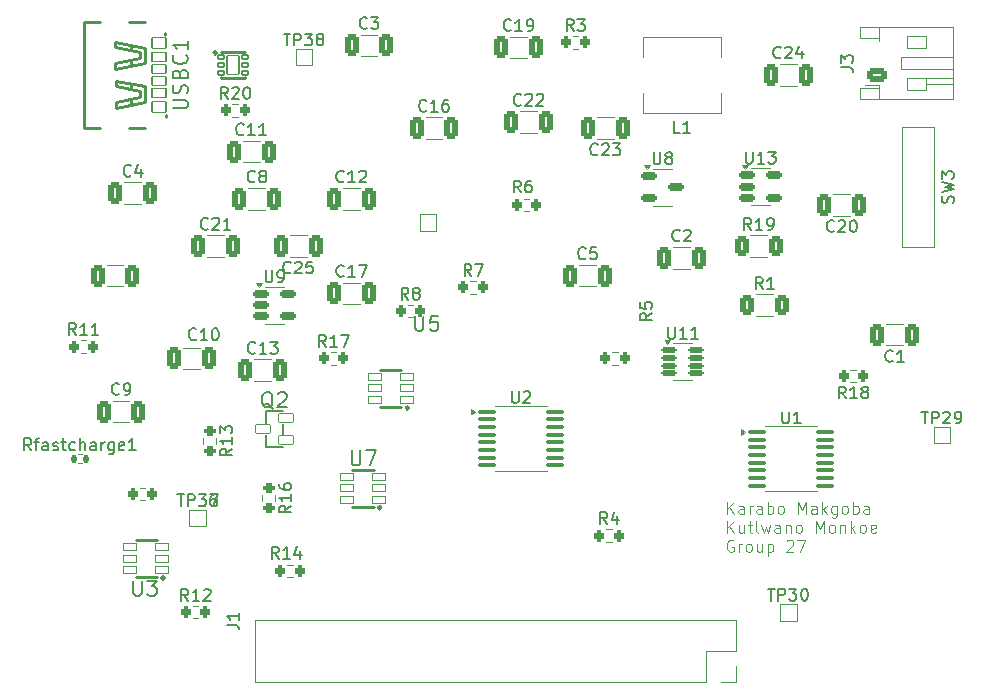
<source format=gbr>
%TF.GenerationSoftware,KiCad,Pcbnew,9.0.0*%
%TF.CreationDate,2025-03-28T13:41:41+02:00*%
%TF.ProjectId,Project Design,50726f6a-6563-4742-9044-657369676e2e,rev?*%
%TF.SameCoordinates,Original*%
%TF.FileFunction,Legend,Top*%
%TF.FilePolarity,Positive*%
%FSLAX46Y46*%
G04 Gerber Fmt 4.6, Leading zero omitted, Abs format (unit mm)*
G04 Created by KiCad (PCBNEW 9.0.0) date 2025-03-28 13:41:41*
%MOMM*%
%LPD*%
G01*
G04 APERTURE LIST*
G04 Aperture macros list*
%AMRoundRect*
0 Rectangle with rounded corners*
0 $1 Rounding radius*
0 $2 $3 $4 $5 $6 $7 $8 $9 X,Y pos of 4 corners*
0 Add a 4 corners polygon primitive as box body*
4,1,4,$2,$3,$4,$5,$6,$7,$8,$9,$2,$3,0*
0 Add four circle primitives for the rounded corners*
1,1,$1+$1,$2,$3*
1,1,$1+$1,$4,$5*
1,1,$1+$1,$6,$7*
1,1,$1+$1,$8,$9*
0 Add four rect primitives between the rounded corners*
20,1,$1+$1,$2,$3,$4,$5,0*
20,1,$1+$1,$4,$5,$6,$7,0*
20,1,$1+$1,$6,$7,$8,$9,0*
20,1,$1+$1,$8,$9,$2,$3,0*%
G04 Aperture macros list end*
%ADD10C,0.125000*%
%ADD11C,0.150000*%
%ADD12C,0.120000*%
%ADD13C,0.254000*%
%ADD14C,0.152400*%
%ADD15RoundRect,0.125000X-0.537500X-0.125000X0.537500X-0.125000X0.537500X0.125000X-0.537500X0.125000X0*%
%ADD16O,2.101600X1.201600*%
%ADD17RoundRect,0.050800X-0.600000X0.350000X-0.600000X-0.350000X0.600000X-0.350000X0.600000X0.350000X0*%
%ADD18RoundRect,0.050800X-0.600000X0.400000X-0.600000X-0.400000X0.600000X-0.400000X0.600000X0.400000X0*%
%ADD19RoundRect,0.050800X-0.600000X0.450000X-0.600000X-0.450000X0.600000X-0.450000X0.600000X0.450000X0*%
%ADD20RoundRect,0.250000X-0.325000X-0.650000X0.325000X-0.650000X0.325000X0.650000X-0.325000X0.650000X0*%
%ADD21RoundRect,0.200000X-0.200000X-0.275000X0.200000X-0.275000X0.200000X0.275000X-0.200000X0.275000X0*%
%ADD22RoundRect,0.250000X0.325000X0.650000X-0.325000X0.650000X-0.325000X-0.650000X0.325000X-0.650000X0*%
%ADD23C,1.600000*%
%ADD24R,1.500000X1.500000*%
%ADD25RoundRect,0.135000X-0.135000X-0.185000X0.135000X-0.185000X0.135000X0.185000X-0.135000X0.185000X0*%
%ADD26RoundRect,0.050800X0.500000X0.800000X-0.500000X0.800000X-0.500000X-0.800000X0.500000X-0.800000X0*%
%ADD27RoundRect,0.050800X0.250000X-0.175000X0.250000X0.175000X-0.250000X0.175000X-0.250000X-0.175000X0*%
%ADD28R,1.000000X1.000000*%
%ADD29O,1.750000X1.200000*%
%ADD30RoundRect,0.250000X0.625000X-0.350000X0.625000X0.350000X-0.625000X0.350000X-0.625000X-0.350000X0*%
%ADD31RoundRect,0.150000X-0.512500X-0.150000X0.512500X-0.150000X0.512500X0.150000X-0.512500X0.150000X0*%
%ADD32RoundRect,0.051000X-0.550000X-0.300000X0.550000X-0.300000X0.550000X0.300000X-0.550000X0.300000X0*%
%ADD33R,2.460000X2.310000*%
%ADD34RoundRect,0.100000X-0.687500X-0.100000X0.687500X-0.100000X0.687500X0.100000X-0.687500X0.100000X0*%
%ADD35RoundRect,0.250000X-0.312500X-0.625000X0.312500X-0.625000X0.312500X0.625000X-0.312500X0.625000X0*%
%ADD36RoundRect,0.200000X0.200000X0.275000X-0.200000X0.275000X-0.200000X-0.275000X0.200000X-0.275000X0*%
%ADD37RoundRect,0.200000X-0.275000X0.200000X-0.275000X-0.200000X0.275000X-0.200000X0.275000X0.200000X0*%
%ADD38RoundRect,0.050800X-0.625000X-0.350000X0.625000X-0.350000X0.625000X0.350000X-0.625000X0.350000X0*%
%ADD39R,1.500000X2.400000*%
%ADD40R,1.700000X1.700000*%
%ADD41O,1.700000X1.700000*%
G04 APERTURE END LIST*
D10*
X187320331Y-90151231D02*
X187320331Y-89151231D01*
X187891759Y-90151231D02*
X187463188Y-89579802D01*
X187891759Y-89151231D02*
X187320331Y-89722659D01*
X188748902Y-90151231D02*
X188748902Y-89627421D01*
X188748902Y-89627421D02*
X188701283Y-89532183D01*
X188701283Y-89532183D02*
X188606045Y-89484564D01*
X188606045Y-89484564D02*
X188415569Y-89484564D01*
X188415569Y-89484564D02*
X188320331Y-89532183D01*
X188748902Y-90103612D02*
X188653664Y-90151231D01*
X188653664Y-90151231D02*
X188415569Y-90151231D01*
X188415569Y-90151231D02*
X188320331Y-90103612D01*
X188320331Y-90103612D02*
X188272712Y-90008373D01*
X188272712Y-90008373D02*
X188272712Y-89913135D01*
X188272712Y-89913135D02*
X188320331Y-89817897D01*
X188320331Y-89817897D02*
X188415569Y-89770278D01*
X188415569Y-89770278D02*
X188653664Y-89770278D01*
X188653664Y-89770278D02*
X188748902Y-89722659D01*
X189225093Y-90151231D02*
X189225093Y-89484564D01*
X189225093Y-89675040D02*
X189272712Y-89579802D01*
X189272712Y-89579802D02*
X189320331Y-89532183D01*
X189320331Y-89532183D02*
X189415569Y-89484564D01*
X189415569Y-89484564D02*
X189510807Y-89484564D01*
X190272712Y-90151231D02*
X190272712Y-89627421D01*
X190272712Y-89627421D02*
X190225093Y-89532183D01*
X190225093Y-89532183D02*
X190129855Y-89484564D01*
X190129855Y-89484564D02*
X189939379Y-89484564D01*
X189939379Y-89484564D02*
X189844141Y-89532183D01*
X190272712Y-90103612D02*
X190177474Y-90151231D01*
X190177474Y-90151231D02*
X189939379Y-90151231D01*
X189939379Y-90151231D02*
X189844141Y-90103612D01*
X189844141Y-90103612D02*
X189796522Y-90008373D01*
X189796522Y-90008373D02*
X189796522Y-89913135D01*
X189796522Y-89913135D02*
X189844141Y-89817897D01*
X189844141Y-89817897D02*
X189939379Y-89770278D01*
X189939379Y-89770278D02*
X190177474Y-89770278D01*
X190177474Y-89770278D02*
X190272712Y-89722659D01*
X190748903Y-90151231D02*
X190748903Y-89151231D01*
X190748903Y-89532183D02*
X190844141Y-89484564D01*
X190844141Y-89484564D02*
X191034617Y-89484564D01*
X191034617Y-89484564D02*
X191129855Y-89532183D01*
X191129855Y-89532183D02*
X191177474Y-89579802D01*
X191177474Y-89579802D02*
X191225093Y-89675040D01*
X191225093Y-89675040D02*
X191225093Y-89960754D01*
X191225093Y-89960754D02*
X191177474Y-90055992D01*
X191177474Y-90055992D02*
X191129855Y-90103612D01*
X191129855Y-90103612D02*
X191034617Y-90151231D01*
X191034617Y-90151231D02*
X190844141Y-90151231D01*
X190844141Y-90151231D02*
X190748903Y-90103612D01*
X191796522Y-90151231D02*
X191701284Y-90103612D01*
X191701284Y-90103612D02*
X191653665Y-90055992D01*
X191653665Y-90055992D02*
X191606046Y-89960754D01*
X191606046Y-89960754D02*
X191606046Y-89675040D01*
X191606046Y-89675040D02*
X191653665Y-89579802D01*
X191653665Y-89579802D02*
X191701284Y-89532183D01*
X191701284Y-89532183D02*
X191796522Y-89484564D01*
X191796522Y-89484564D02*
X191939379Y-89484564D01*
X191939379Y-89484564D02*
X192034617Y-89532183D01*
X192034617Y-89532183D02*
X192082236Y-89579802D01*
X192082236Y-89579802D02*
X192129855Y-89675040D01*
X192129855Y-89675040D02*
X192129855Y-89960754D01*
X192129855Y-89960754D02*
X192082236Y-90055992D01*
X192082236Y-90055992D02*
X192034617Y-90103612D01*
X192034617Y-90103612D02*
X191939379Y-90151231D01*
X191939379Y-90151231D02*
X191796522Y-90151231D01*
X193320332Y-90151231D02*
X193320332Y-89151231D01*
X193320332Y-89151231D02*
X193653665Y-89865516D01*
X193653665Y-89865516D02*
X193986998Y-89151231D01*
X193986998Y-89151231D02*
X193986998Y-90151231D01*
X194891760Y-90151231D02*
X194891760Y-89627421D01*
X194891760Y-89627421D02*
X194844141Y-89532183D01*
X194844141Y-89532183D02*
X194748903Y-89484564D01*
X194748903Y-89484564D02*
X194558427Y-89484564D01*
X194558427Y-89484564D02*
X194463189Y-89532183D01*
X194891760Y-90103612D02*
X194796522Y-90151231D01*
X194796522Y-90151231D02*
X194558427Y-90151231D01*
X194558427Y-90151231D02*
X194463189Y-90103612D01*
X194463189Y-90103612D02*
X194415570Y-90008373D01*
X194415570Y-90008373D02*
X194415570Y-89913135D01*
X194415570Y-89913135D02*
X194463189Y-89817897D01*
X194463189Y-89817897D02*
X194558427Y-89770278D01*
X194558427Y-89770278D02*
X194796522Y-89770278D01*
X194796522Y-89770278D02*
X194891760Y-89722659D01*
X195367951Y-90151231D02*
X195367951Y-89151231D01*
X195463189Y-89770278D02*
X195748903Y-90151231D01*
X195748903Y-89484564D02*
X195367951Y-89865516D01*
X196606046Y-89484564D02*
X196606046Y-90294088D01*
X196606046Y-90294088D02*
X196558427Y-90389326D01*
X196558427Y-90389326D02*
X196510808Y-90436945D01*
X196510808Y-90436945D02*
X196415570Y-90484564D01*
X196415570Y-90484564D02*
X196272713Y-90484564D01*
X196272713Y-90484564D02*
X196177475Y-90436945D01*
X196606046Y-90103612D02*
X196510808Y-90151231D01*
X196510808Y-90151231D02*
X196320332Y-90151231D01*
X196320332Y-90151231D02*
X196225094Y-90103612D01*
X196225094Y-90103612D02*
X196177475Y-90055992D01*
X196177475Y-90055992D02*
X196129856Y-89960754D01*
X196129856Y-89960754D02*
X196129856Y-89675040D01*
X196129856Y-89675040D02*
X196177475Y-89579802D01*
X196177475Y-89579802D02*
X196225094Y-89532183D01*
X196225094Y-89532183D02*
X196320332Y-89484564D01*
X196320332Y-89484564D02*
X196510808Y-89484564D01*
X196510808Y-89484564D02*
X196606046Y-89532183D01*
X197225094Y-90151231D02*
X197129856Y-90103612D01*
X197129856Y-90103612D02*
X197082237Y-90055992D01*
X197082237Y-90055992D02*
X197034618Y-89960754D01*
X197034618Y-89960754D02*
X197034618Y-89675040D01*
X197034618Y-89675040D02*
X197082237Y-89579802D01*
X197082237Y-89579802D02*
X197129856Y-89532183D01*
X197129856Y-89532183D02*
X197225094Y-89484564D01*
X197225094Y-89484564D02*
X197367951Y-89484564D01*
X197367951Y-89484564D02*
X197463189Y-89532183D01*
X197463189Y-89532183D02*
X197510808Y-89579802D01*
X197510808Y-89579802D02*
X197558427Y-89675040D01*
X197558427Y-89675040D02*
X197558427Y-89960754D01*
X197558427Y-89960754D02*
X197510808Y-90055992D01*
X197510808Y-90055992D02*
X197463189Y-90103612D01*
X197463189Y-90103612D02*
X197367951Y-90151231D01*
X197367951Y-90151231D02*
X197225094Y-90151231D01*
X197986999Y-90151231D02*
X197986999Y-89151231D01*
X197986999Y-89532183D02*
X198082237Y-89484564D01*
X198082237Y-89484564D02*
X198272713Y-89484564D01*
X198272713Y-89484564D02*
X198367951Y-89532183D01*
X198367951Y-89532183D02*
X198415570Y-89579802D01*
X198415570Y-89579802D02*
X198463189Y-89675040D01*
X198463189Y-89675040D02*
X198463189Y-89960754D01*
X198463189Y-89960754D02*
X198415570Y-90055992D01*
X198415570Y-90055992D02*
X198367951Y-90103612D01*
X198367951Y-90103612D02*
X198272713Y-90151231D01*
X198272713Y-90151231D02*
X198082237Y-90151231D01*
X198082237Y-90151231D02*
X197986999Y-90103612D01*
X199320332Y-90151231D02*
X199320332Y-89627421D01*
X199320332Y-89627421D02*
X199272713Y-89532183D01*
X199272713Y-89532183D02*
X199177475Y-89484564D01*
X199177475Y-89484564D02*
X198986999Y-89484564D01*
X198986999Y-89484564D02*
X198891761Y-89532183D01*
X199320332Y-90103612D02*
X199225094Y-90151231D01*
X199225094Y-90151231D02*
X198986999Y-90151231D01*
X198986999Y-90151231D02*
X198891761Y-90103612D01*
X198891761Y-90103612D02*
X198844142Y-90008373D01*
X198844142Y-90008373D02*
X198844142Y-89913135D01*
X198844142Y-89913135D02*
X198891761Y-89817897D01*
X198891761Y-89817897D02*
X198986999Y-89770278D01*
X198986999Y-89770278D02*
X199225094Y-89770278D01*
X199225094Y-89770278D02*
X199320332Y-89722659D01*
X187320331Y-91761175D02*
X187320331Y-90761175D01*
X187891759Y-91761175D02*
X187463188Y-91189746D01*
X187891759Y-90761175D02*
X187320331Y-91332603D01*
X188748902Y-91094508D02*
X188748902Y-91761175D01*
X188320331Y-91094508D02*
X188320331Y-91618317D01*
X188320331Y-91618317D02*
X188367950Y-91713556D01*
X188367950Y-91713556D02*
X188463188Y-91761175D01*
X188463188Y-91761175D02*
X188606045Y-91761175D01*
X188606045Y-91761175D02*
X188701283Y-91713556D01*
X188701283Y-91713556D02*
X188748902Y-91665936D01*
X189082236Y-91094508D02*
X189463188Y-91094508D01*
X189225093Y-90761175D02*
X189225093Y-91618317D01*
X189225093Y-91618317D02*
X189272712Y-91713556D01*
X189272712Y-91713556D02*
X189367950Y-91761175D01*
X189367950Y-91761175D02*
X189463188Y-91761175D01*
X189939379Y-91761175D02*
X189844141Y-91713556D01*
X189844141Y-91713556D02*
X189796522Y-91618317D01*
X189796522Y-91618317D02*
X189796522Y-90761175D01*
X190225094Y-91094508D02*
X190415570Y-91761175D01*
X190415570Y-91761175D02*
X190606046Y-91284984D01*
X190606046Y-91284984D02*
X190796522Y-91761175D01*
X190796522Y-91761175D02*
X190986998Y-91094508D01*
X191796522Y-91761175D02*
X191796522Y-91237365D01*
X191796522Y-91237365D02*
X191748903Y-91142127D01*
X191748903Y-91142127D02*
X191653665Y-91094508D01*
X191653665Y-91094508D02*
X191463189Y-91094508D01*
X191463189Y-91094508D02*
X191367951Y-91142127D01*
X191796522Y-91713556D02*
X191701284Y-91761175D01*
X191701284Y-91761175D02*
X191463189Y-91761175D01*
X191463189Y-91761175D02*
X191367951Y-91713556D01*
X191367951Y-91713556D02*
X191320332Y-91618317D01*
X191320332Y-91618317D02*
X191320332Y-91523079D01*
X191320332Y-91523079D02*
X191367951Y-91427841D01*
X191367951Y-91427841D02*
X191463189Y-91380222D01*
X191463189Y-91380222D02*
X191701284Y-91380222D01*
X191701284Y-91380222D02*
X191796522Y-91332603D01*
X192272713Y-91094508D02*
X192272713Y-91761175D01*
X192272713Y-91189746D02*
X192320332Y-91142127D01*
X192320332Y-91142127D02*
X192415570Y-91094508D01*
X192415570Y-91094508D02*
X192558427Y-91094508D01*
X192558427Y-91094508D02*
X192653665Y-91142127D01*
X192653665Y-91142127D02*
X192701284Y-91237365D01*
X192701284Y-91237365D02*
X192701284Y-91761175D01*
X193320332Y-91761175D02*
X193225094Y-91713556D01*
X193225094Y-91713556D02*
X193177475Y-91665936D01*
X193177475Y-91665936D02*
X193129856Y-91570698D01*
X193129856Y-91570698D02*
X193129856Y-91284984D01*
X193129856Y-91284984D02*
X193177475Y-91189746D01*
X193177475Y-91189746D02*
X193225094Y-91142127D01*
X193225094Y-91142127D02*
X193320332Y-91094508D01*
X193320332Y-91094508D02*
X193463189Y-91094508D01*
X193463189Y-91094508D02*
X193558427Y-91142127D01*
X193558427Y-91142127D02*
X193606046Y-91189746D01*
X193606046Y-91189746D02*
X193653665Y-91284984D01*
X193653665Y-91284984D02*
X193653665Y-91570698D01*
X193653665Y-91570698D02*
X193606046Y-91665936D01*
X193606046Y-91665936D02*
X193558427Y-91713556D01*
X193558427Y-91713556D02*
X193463189Y-91761175D01*
X193463189Y-91761175D02*
X193320332Y-91761175D01*
X194844142Y-91761175D02*
X194844142Y-90761175D01*
X194844142Y-90761175D02*
X195177475Y-91475460D01*
X195177475Y-91475460D02*
X195510808Y-90761175D01*
X195510808Y-90761175D02*
X195510808Y-91761175D01*
X196129856Y-91761175D02*
X196034618Y-91713556D01*
X196034618Y-91713556D02*
X195986999Y-91665936D01*
X195986999Y-91665936D02*
X195939380Y-91570698D01*
X195939380Y-91570698D02*
X195939380Y-91284984D01*
X195939380Y-91284984D02*
X195986999Y-91189746D01*
X195986999Y-91189746D02*
X196034618Y-91142127D01*
X196034618Y-91142127D02*
X196129856Y-91094508D01*
X196129856Y-91094508D02*
X196272713Y-91094508D01*
X196272713Y-91094508D02*
X196367951Y-91142127D01*
X196367951Y-91142127D02*
X196415570Y-91189746D01*
X196415570Y-91189746D02*
X196463189Y-91284984D01*
X196463189Y-91284984D02*
X196463189Y-91570698D01*
X196463189Y-91570698D02*
X196415570Y-91665936D01*
X196415570Y-91665936D02*
X196367951Y-91713556D01*
X196367951Y-91713556D02*
X196272713Y-91761175D01*
X196272713Y-91761175D02*
X196129856Y-91761175D01*
X196891761Y-91094508D02*
X196891761Y-91761175D01*
X196891761Y-91189746D02*
X196939380Y-91142127D01*
X196939380Y-91142127D02*
X197034618Y-91094508D01*
X197034618Y-91094508D02*
X197177475Y-91094508D01*
X197177475Y-91094508D02*
X197272713Y-91142127D01*
X197272713Y-91142127D02*
X197320332Y-91237365D01*
X197320332Y-91237365D02*
X197320332Y-91761175D01*
X197796523Y-91761175D02*
X197796523Y-90761175D01*
X197891761Y-91380222D02*
X198177475Y-91761175D01*
X198177475Y-91094508D02*
X197796523Y-91475460D01*
X198748904Y-91761175D02*
X198653666Y-91713556D01*
X198653666Y-91713556D02*
X198606047Y-91665936D01*
X198606047Y-91665936D02*
X198558428Y-91570698D01*
X198558428Y-91570698D02*
X198558428Y-91284984D01*
X198558428Y-91284984D02*
X198606047Y-91189746D01*
X198606047Y-91189746D02*
X198653666Y-91142127D01*
X198653666Y-91142127D02*
X198748904Y-91094508D01*
X198748904Y-91094508D02*
X198891761Y-91094508D01*
X198891761Y-91094508D02*
X198986999Y-91142127D01*
X198986999Y-91142127D02*
X199034618Y-91189746D01*
X199034618Y-91189746D02*
X199082237Y-91284984D01*
X199082237Y-91284984D02*
X199082237Y-91570698D01*
X199082237Y-91570698D02*
X199034618Y-91665936D01*
X199034618Y-91665936D02*
X198986999Y-91713556D01*
X198986999Y-91713556D02*
X198891761Y-91761175D01*
X198891761Y-91761175D02*
X198748904Y-91761175D01*
X199891761Y-91713556D02*
X199796523Y-91761175D01*
X199796523Y-91761175D02*
X199606047Y-91761175D01*
X199606047Y-91761175D02*
X199510809Y-91713556D01*
X199510809Y-91713556D02*
X199463190Y-91618317D01*
X199463190Y-91618317D02*
X199463190Y-91237365D01*
X199463190Y-91237365D02*
X199510809Y-91142127D01*
X199510809Y-91142127D02*
X199606047Y-91094508D01*
X199606047Y-91094508D02*
X199796523Y-91094508D01*
X199796523Y-91094508D02*
X199891761Y-91142127D01*
X199891761Y-91142127D02*
X199939380Y-91237365D01*
X199939380Y-91237365D02*
X199939380Y-91332603D01*
X199939380Y-91332603D02*
X199463190Y-91427841D01*
X187844140Y-92418738D02*
X187748902Y-92371119D01*
X187748902Y-92371119D02*
X187606045Y-92371119D01*
X187606045Y-92371119D02*
X187463188Y-92418738D01*
X187463188Y-92418738D02*
X187367950Y-92513976D01*
X187367950Y-92513976D02*
X187320331Y-92609214D01*
X187320331Y-92609214D02*
X187272712Y-92799690D01*
X187272712Y-92799690D02*
X187272712Y-92942547D01*
X187272712Y-92942547D02*
X187320331Y-93133023D01*
X187320331Y-93133023D02*
X187367950Y-93228261D01*
X187367950Y-93228261D02*
X187463188Y-93323500D01*
X187463188Y-93323500D02*
X187606045Y-93371119D01*
X187606045Y-93371119D02*
X187701283Y-93371119D01*
X187701283Y-93371119D02*
X187844140Y-93323500D01*
X187844140Y-93323500D02*
X187891759Y-93275880D01*
X187891759Y-93275880D02*
X187891759Y-92942547D01*
X187891759Y-92942547D02*
X187701283Y-92942547D01*
X188320331Y-93371119D02*
X188320331Y-92704452D01*
X188320331Y-92894928D02*
X188367950Y-92799690D01*
X188367950Y-92799690D02*
X188415569Y-92752071D01*
X188415569Y-92752071D02*
X188510807Y-92704452D01*
X188510807Y-92704452D02*
X188606045Y-92704452D01*
X189082236Y-93371119D02*
X188986998Y-93323500D01*
X188986998Y-93323500D02*
X188939379Y-93275880D01*
X188939379Y-93275880D02*
X188891760Y-93180642D01*
X188891760Y-93180642D02*
X188891760Y-92894928D01*
X188891760Y-92894928D02*
X188939379Y-92799690D01*
X188939379Y-92799690D02*
X188986998Y-92752071D01*
X188986998Y-92752071D02*
X189082236Y-92704452D01*
X189082236Y-92704452D02*
X189225093Y-92704452D01*
X189225093Y-92704452D02*
X189320331Y-92752071D01*
X189320331Y-92752071D02*
X189367950Y-92799690D01*
X189367950Y-92799690D02*
X189415569Y-92894928D01*
X189415569Y-92894928D02*
X189415569Y-93180642D01*
X189415569Y-93180642D02*
X189367950Y-93275880D01*
X189367950Y-93275880D02*
X189320331Y-93323500D01*
X189320331Y-93323500D02*
X189225093Y-93371119D01*
X189225093Y-93371119D02*
X189082236Y-93371119D01*
X190272712Y-92704452D02*
X190272712Y-93371119D01*
X189844141Y-92704452D02*
X189844141Y-93228261D01*
X189844141Y-93228261D02*
X189891760Y-93323500D01*
X189891760Y-93323500D02*
X189986998Y-93371119D01*
X189986998Y-93371119D02*
X190129855Y-93371119D01*
X190129855Y-93371119D02*
X190225093Y-93323500D01*
X190225093Y-93323500D02*
X190272712Y-93275880D01*
X190748903Y-92704452D02*
X190748903Y-93704452D01*
X190748903Y-92752071D02*
X190844141Y-92704452D01*
X190844141Y-92704452D02*
X191034617Y-92704452D01*
X191034617Y-92704452D02*
X191129855Y-92752071D01*
X191129855Y-92752071D02*
X191177474Y-92799690D01*
X191177474Y-92799690D02*
X191225093Y-92894928D01*
X191225093Y-92894928D02*
X191225093Y-93180642D01*
X191225093Y-93180642D02*
X191177474Y-93275880D01*
X191177474Y-93275880D02*
X191129855Y-93323500D01*
X191129855Y-93323500D02*
X191034617Y-93371119D01*
X191034617Y-93371119D02*
X190844141Y-93371119D01*
X190844141Y-93371119D02*
X190748903Y-93323500D01*
X192367951Y-92466357D02*
X192415570Y-92418738D01*
X192415570Y-92418738D02*
X192510808Y-92371119D01*
X192510808Y-92371119D02*
X192748903Y-92371119D01*
X192748903Y-92371119D02*
X192844141Y-92418738D01*
X192844141Y-92418738D02*
X192891760Y-92466357D01*
X192891760Y-92466357D02*
X192939379Y-92561595D01*
X192939379Y-92561595D02*
X192939379Y-92656833D01*
X192939379Y-92656833D02*
X192891760Y-92799690D01*
X192891760Y-92799690D02*
X192320332Y-93371119D01*
X192320332Y-93371119D02*
X192939379Y-93371119D01*
X193272713Y-92371119D02*
X193939379Y-92371119D01*
X193939379Y-92371119D02*
X193510808Y-93371119D01*
D11*
X182329405Y-74354819D02*
X182329405Y-75164342D01*
X182329405Y-75164342D02*
X182377024Y-75259580D01*
X182377024Y-75259580D02*
X182424643Y-75307200D01*
X182424643Y-75307200D02*
X182519881Y-75354819D01*
X182519881Y-75354819D02*
X182710357Y-75354819D01*
X182710357Y-75354819D02*
X182805595Y-75307200D01*
X182805595Y-75307200D02*
X182853214Y-75259580D01*
X182853214Y-75259580D02*
X182900833Y-75164342D01*
X182900833Y-75164342D02*
X182900833Y-74354819D01*
X183900833Y-75354819D02*
X183329405Y-75354819D01*
X183615119Y-75354819D02*
X183615119Y-74354819D01*
X183615119Y-74354819D02*
X183519881Y-74497676D01*
X183519881Y-74497676D02*
X183424643Y-74592914D01*
X183424643Y-74592914D02*
X183329405Y-74640533D01*
X184853214Y-75354819D02*
X184281786Y-75354819D01*
X184567500Y-75354819D02*
X184567500Y-74354819D01*
X184567500Y-74354819D02*
X184472262Y-74497676D01*
X184472262Y-74497676D02*
X184377024Y-74592914D01*
X184377024Y-74592914D02*
X184281786Y-74640533D01*
X140377626Y-55842381D02*
X141405721Y-55842381D01*
X141405721Y-55842381D02*
X141526673Y-55781904D01*
X141526673Y-55781904D02*
X141587150Y-55721428D01*
X141587150Y-55721428D02*
X141647626Y-55600476D01*
X141647626Y-55600476D02*
X141647626Y-55358571D01*
X141647626Y-55358571D02*
X141587150Y-55237619D01*
X141587150Y-55237619D02*
X141526673Y-55177142D01*
X141526673Y-55177142D02*
X141405721Y-55116666D01*
X141405721Y-55116666D02*
X140377626Y-55116666D01*
X141587150Y-54572381D02*
X141647626Y-54390952D01*
X141647626Y-54390952D02*
X141647626Y-54088571D01*
X141647626Y-54088571D02*
X141587150Y-53967619D01*
X141587150Y-53967619D02*
X141526673Y-53907143D01*
X141526673Y-53907143D02*
X141405721Y-53846666D01*
X141405721Y-53846666D02*
X141284769Y-53846666D01*
X141284769Y-53846666D02*
X141163816Y-53907143D01*
X141163816Y-53907143D02*
X141103340Y-53967619D01*
X141103340Y-53967619D02*
X141042864Y-54088571D01*
X141042864Y-54088571D02*
X140982388Y-54330476D01*
X140982388Y-54330476D02*
X140921911Y-54451428D01*
X140921911Y-54451428D02*
X140861435Y-54511905D01*
X140861435Y-54511905D02*
X140740483Y-54572381D01*
X140740483Y-54572381D02*
X140619530Y-54572381D01*
X140619530Y-54572381D02*
X140498578Y-54511905D01*
X140498578Y-54511905D02*
X140438102Y-54451428D01*
X140438102Y-54451428D02*
X140377626Y-54330476D01*
X140377626Y-54330476D02*
X140377626Y-54028095D01*
X140377626Y-54028095D02*
X140438102Y-53846666D01*
X140982388Y-52879047D02*
X141042864Y-52697619D01*
X141042864Y-52697619D02*
X141103340Y-52637142D01*
X141103340Y-52637142D02*
X141224292Y-52576666D01*
X141224292Y-52576666D02*
X141405721Y-52576666D01*
X141405721Y-52576666D02*
X141526673Y-52637142D01*
X141526673Y-52637142D02*
X141587150Y-52697619D01*
X141587150Y-52697619D02*
X141647626Y-52818571D01*
X141647626Y-52818571D02*
X141647626Y-53302381D01*
X141647626Y-53302381D02*
X140377626Y-53302381D01*
X140377626Y-53302381D02*
X140377626Y-52879047D01*
X140377626Y-52879047D02*
X140438102Y-52758095D01*
X140438102Y-52758095D02*
X140498578Y-52697619D01*
X140498578Y-52697619D02*
X140619530Y-52637142D01*
X140619530Y-52637142D02*
X140740483Y-52637142D01*
X140740483Y-52637142D02*
X140861435Y-52697619D01*
X140861435Y-52697619D02*
X140921911Y-52758095D01*
X140921911Y-52758095D02*
X140982388Y-52879047D01*
X140982388Y-52879047D02*
X140982388Y-53302381D01*
X141526673Y-51306666D02*
X141587150Y-51367142D01*
X141587150Y-51367142D02*
X141647626Y-51548571D01*
X141647626Y-51548571D02*
X141647626Y-51669523D01*
X141647626Y-51669523D02*
X141587150Y-51850952D01*
X141587150Y-51850952D02*
X141466197Y-51971904D01*
X141466197Y-51971904D02*
X141345245Y-52032381D01*
X141345245Y-52032381D02*
X141103340Y-52092857D01*
X141103340Y-52092857D02*
X140921911Y-52092857D01*
X140921911Y-52092857D02*
X140680007Y-52032381D01*
X140680007Y-52032381D02*
X140559054Y-51971904D01*
X140559054Y-51971904D02*
X140438102Y-51850952D01*
X140438102Y-51850952D02*
X140377626Y-51669523D01*
X140377626Y-51669523D02*
X140377626Y-51548571D01*
X140377626Y-51548571D02*
X140438102Y-51367142D01*
X140438102Y-51367142D02*
X140498578Y-51306666D01*
X141647626Y-50097142D02*
X141647626Y-50822857D01*
X141647626Y-50460000D02*
X140377626Y-50460000D01*
X140377626Y-50460000D02*
X140559054Y-50580952D01*
X140559054Y-50580952D02*
X140680007Y-50701904D01*
X140680007Y-50701904D02*
X140740483Y-50822857D01*
X156833333Y-49009580D02*
X156785714Y-49057200D01*
X156785714Y-49057200D02*
X156642857Y-49104819D01*
X156642857Y-49104819D02*
X156547619Y-49104819D01*
X156547619Y-49104819D02*
X156404762Y-49057200D01*
X156404762Y-49057200D02*
X156309524Y-48961961D01*
X156309524Y-48961961D02*
X156261905Y-48866723D01*
X156261905Y-48866723D02*
X156214286Y-48676247D01*
X156214286Y-48676247D02*
X156214286Y-48533390D01*
X156214286Y-48533390D02*
X156261905Y-48342914D01*
X156261905Y-48342914D02*
X156309524Y-48247676D01*
X156309524Y-48247676D02*
X156404762Y-48152438D01*
X156404762Y-48152438D02*
X156547619Y-48104819D01*
X156547619Y-48104819D02*
X156642857Y-48104819D01*
X156642857Y-48104819D02*
X156785714Y-48152438D01*
X156785714Y-48152438D02*
X156833333Y-48200057D01*
X157166667Y-48104819D02*
X157785714Y-48104819D01*
X157785714Y-48104819D02*
X157452381Y-48485771D01*
X157452381Y-48485771D02*
X157595238Y-48485771D01*
X157595238Y-48485771D02*
X157690476Y-48533390D01*
X157690476Y-48533390D02*
X157738095Y-48581009D01*
X157738095Y-48581009D02*
X157785714Y-48676247D01*
X157785714Y-48676247D02*
X157785714Y-48914342D01*
X157785714Y-48914342D02*
X157738095Y-49009580D01*
X157738095Y-49009580D02*
X157690476Y-49057200D01*
X157690476Y-49057200D02*
X157595238Y-49104819D01*
X157595238Y-49104819D02*
X157309524Y-49104819D01*
X157309524Y-49104819D02*
X157214286Y-49057200D01*
X157214286Y-49057200D02*
X157166667Y-49009580D01*
X141682142Y-97524819D02*
X141348809Y-97048628D01*
X141110714Y-97524819D02*
X141110714Y-96524819D01*
X141110714Y-96524819D02*
X141491666Y-96524819D01*
X141491666Y-96524819D02*
X141586904Y-96572438D01*
X141586904Y-96572438D02*
X141634523Y-96620057D01*
X141634523Y-96620057D02*
X141682142Y-96715295D01*
X141682142Y-96715295D02*
X141682142Y-96858152D01*
X141682142Y-96858152D02*
X141634523Y-96953390D01*
X141634523Y-96953390D02*
X141586904Y-97001009D01*
X141586904Y-97001009D02*
X141491666Y-97048628D01*
X141491666Y-97048628D02*
X141110714Y-97048628D01*
X142634523Y-97524819D02*
X142063095Y-97524819D01*
X142348809Y-97524819D02*
X142348809Y-96524819D01*
X142348809Y-96524819D02*
X142253571Y-96667676D01*
X142253571Y-96667676D02*
X142158333Y-96762914D01*
X142158333Y-96762914D02*
X142063095Y-96810533D01*
X143015476Y-96620057D02*
X143063095Y-96572438D01*
X143063095Y-96572438D02*
X143158333Y-96524819D01*
X143158333Y-96524819D02*
X143396428Y-96524819D01*
X143396428Y-96524819D02*
X143491666Y-96572438D01*
X143491666Y-96572438D02*
X143539285Y-96620057D01*
X143539285Y-96620057D02*
X143586904Y-96715295D01*
X143586904Y-96715295D02*
X143586904Y-96810533D01*
X143586904Y-96810533D02*
X143539285Y-96953390D01*
X143539285Y-96953390D02*
X142967857Y-97524819D01*
X142967857Y-97524819D02*
X143586904Y-97524819D01*
X169833333Y-62954819D02*
X169500000Y-62478628D01*
X169261905Y-62954819D02*
X169261905Y-61954819D01*
X169261905Y-61954819D02*
X169642857Y-61954819D01*
X169642857Y-61954819D02*
X169738095Y-62002438D01*
X169738095Y-62002438D02*
X169785714Y-62050057D01*
X169785714Y-62050057D02*
X169833333Y-62145295D01*
X169833333Y-62145295D02*
X169833333Y-62288152D01*
X169833333Y-62288152D02*
X169785714Y-62383390D01*
X169785714Y-62383390D02*
X169738095Y-62431009D01*
X169738095Y-62431009D02*
X169642857Y-62478628D01*
X169642857Y-62478628D02*
X169261905Y-62478628D01*
X170690476Y-61954819D02*
X170500000Y-61954819D01*
X170500000Y-61954819D02*
X170404762Y-62002438D01*
X170404762Y-62002438D02*
X170357143Y-62050057D01*
X170357143Y-62050057D02*
X170261905Y-62192914D01*
X170261905Y-62192914D02*
X170214286Y-62383390D01*
X170214286Y-62383390D02*
X170214286Y-62764342D01*
X170214286Y-62764342D02*
X170261905Y-62859580D01*
X170261905Y-62859580D02*
X170309524Y-62907200D01*
X170309524Y-62907200D02*
X170404762Y-62954819D01*
X170404762Y-62954819D02*
X170595238Y-62954819D01*
X170595238Y-62954819D02*
X170690476Y-62907200D01*
X170690476Y-62907200D02*
X170738095Y-62859580D01*
X170738095Y-62859580D02*
X170785714Y-62764342D01*
X170785714Y-62764342D02*
X170785714Y-62526247D01*
X170785714Y-62526247D02*
X170738095Y-62431009D01*
X170738095Y-62431009D02*
X170690476Y-62383390D01*
X170690476Y-62383390D02*
X170595238Y-62335771D01*
X170595238Y-62335771D02*
X170404762Y-62335771D01*
X170404762Y-62335771D02*
X170309524Y-62383390D01*
X170309524Y-62383390D02*
X170261905Y-62431009D01*
X170261905Y-62431009D02*
X170214286Y-62526247D01*
X147357142Y-76509580D02*
X147309523Y-76557200D01*
X147309523Y-76557200D02*
X147166666Y-76604819D01*
X147166666Y-76604819D02*
X147071428Y-76604819D01*
X147071428Y-76604819D02*
X146928571Y-76557200D01*
X146928571Y-76557200D02*
X146833333Y-76461961D01*
X146833333Y-76461961D02*
X146785714Y-76366723D01*
X146785714Y-76366723D02*
X146738095Y-76176247D01*
X146738095Y-76176247D02*
X146738095Y-76033390D01*
X146738095Y-76033390D02*
X146785714Y-75842914D01*
X146785714Y-75842914D02*
X146833333Y-75747676D01*
X146833333Y-75747676D02*
X146928571Y-75652438D01*
X146928571Y-75652438D02*
X147071428Y-75604819D01*
X147071428Y-75604819D02*
X147166666Y-75604819D01*
X147166666Y-75604819D02*
X147309523Y-75652438D01*
X147309523Y-75652438D02*
X147357142Y-75700057D01*
X148309523Y-76604819D02*
X147738095Y-76604819D01*
X148023809Y-76604819D02*
X148023809Y-75604819D01*
X148023809Y-75604819D02*
X147928571Y-75747676D01*
X147928571Y-75747676D02*
X147833333Y-75842914D01*
X147833333Y-75842914D02*
X147738095Y-75890533D01*
X148642857Y-75604819D02*
X149261904Y-75604819D01*
X149261904Y-75604819D02*
X148928571Y-75985771D01*
X148928571Y-75985771D02*
X149071428Y-75985771D01*
X149071428Y-75985771D02*
X149166666Y-76033390D01*
X149166666Y-76033390D02*
X149214285Y-76081009D01*
X149214285Y-76081009D02*
X149261904Y-76176247D01*
X149261904Y-76176247D02*
X149261904Y-76414342D01*
X149261904Y-76414342D02*
X149214285Y-76509580D01*
X149214285Y-76509580D02*
X149166666Y-76557200D01*
X149166666Y-76557200D02*
X149071428Y-76604819D01*
X149071428Y-76604819D02*
X148785714Y-76604819D01*
X148785714Y-76604819D02*
X148690476Y-76557200D01*
X148690476Y-76557200D02*
X148642857Y-76509580D01*
X150357142Y-69709580D02*
X150309523Y-69757200D01*
X150309523Y-69757200D02*
X150166666Y-69804819D01*
X150166666Y-69804819D02*
X150071428Y-69804819D01*
X150071428Y-69804819D02*
X149928571Y-69757200D01*
X149928571Y-69757200D02*
X149833333Y-69661961D01*
X149833333Y-69661961D02*
X149785714Y-69566723D01*
X149785714Y-69566723D02*
X149738095Y-69376247D01*
X149738095Y-69376247D02*
X149738095Y-69233390D01*
X149738095Y-69233390D02*
X149785714Y-69042914D01*
X149785714Y-69042914D02*
X149833333Y-68947676D01*
X149833333Y-68947676D02*
X149928571Y-68852438D01*
X149928571Y-68852438D02*
X150071428Y-68804819D01*
X150071428Y-68804819D02*
X150166666Y-68804819D01*
X150166666Y-68804819D02*
X150309523Y-68852438D01*
X150309523Y-68852438D02*
X150357142Y-68900057D01*
X150738095Y-68900057D02*
X150785714Y-68852438D01*
X150785714Y-68852438D02*
X150880952Y-68804819D01*
X150880952Y-68804819D02*
X151119047Y-68804819D01*
X151119047Y-68804819D02*
X151214285Y-68852438D01*
X151214285Y-68852438D02*
X151261904Y-68900057D01*
X151261904Y-68900057D02*
X151309523Y-68995295D01*
X151309523Y-68995295D02*
X151309523Y-69090533D01*
X151309523Y-69090533D02*
X151261904Y-69233390D01*
X151261904Y-69233390D02*
X150690476Y-69804819D01*
X150690476Y-69804819D02*
X151309523Y-69804819D01*
X152214285Y-68804819D02*
X151738095Y-68804819D01*
X151738095Y-68804819D02*
X151690476Y-69281009D01*
X151690476Y-69281009D02*
X151738095Y-69233390D01*
X151738095Y-69233390D02*
X151833333Y-69185771D01*
X151833333Y-69185771D02*
X152071428Y-69185771D01*
X152071428Y-69185771D02*
X152166666Y-69233390D01*
X152166666Y-69233390D02*
X152214285Y-69281009D01*
X152214285Y-69281009D02*
X152261904Y-69376247D01*
X152261904Y-69376247D02*
X152261904Y-69614342D01*
X152261904Y-69614342D02*
X152214285Y-69709580D01*
X152214285Y-69709580D02*
X152166666Y-69757200D01*
X152166666Y-69757200D02*
X152071428Y-69804819D01*
X152071428Y-69804819D02*
X151833333Y-69804819D01*
X151833333Y-69804819D02*
X151738095Y-69757200D01*
X151738095Y-69757200D02*
X151690476Y-69709580D01*
X196382142Y-66209580D02*
X196334523Y-66257200D01*
X196334523Y-66257200D02*
X196191666Y-66304819D01*
X196191666Y-66304819D02*
X196096428Y-66304819D01*
X196096428Y-66304819D02*
X195953571Y-66257200D01*
X195953571Y-66257200D02*
X195858333Y-66161961D01*
X195858333Y-66161961D02*
X195810714Y-66066723D01*
X195810714Y-66066723D02*
X195763095Y-65876247D01*
X195763095Y-65876247D02*
X195763095Y-65733390D01*
X195763095Y-65733390D02*
X195810714Y-65542914D01*
X195810714Y-65542914D02*
X195858333Y-65447676D01*
X195858333Y-65447676D02*
X195953571Y-65352438D01*
X195953571Y-65352438D02*
X196096428Y-65304819D01*
X196096428Y-65304819D02*
X196191666Y-65304819D01*
X196191666Y-65304819D02*
X196334523Y-65352438D01*
X196334523Y-65352438D02*
X196382142Y-65400057D01*
X196763095Y-65400057D02*
X196810714Y-65352438D01*
X196810714Y-65352438D02*
X196905952Y-65304819D01*
X196905952Y-65304819D02*
X197144047Y-65304819D01*
X197144047Y-65304819D02*
X197239285Y-65352438D01*
X197239285Y-65352438D02*
X197286904Y-65400057D01*
X197286904Y-65400057D02*
X197334523Y-65495295D01*
X197334523Y-65495295D02*
X197334523Y-65590533D01*
X197334523Y-65590533D02*
X197286904Y-65733390D01*
X197286904Y-65733390D02*
X196715476Y-66304819D01*
X196715476Y-66304819D02*
X197334523Y-66304819D01*
X197953571Y-65304819D02*
X198048809Y-65304819D01*
X198048809Y-65304819D02*
X198144047Y-65352438D01*
X198144047Y-65352438D02*
X198191666Y-65400057D01*
X198191666Y-65400057D02*
X198239285Y-65495295D01*
X198239285Y-65495295D02*
X198286904Y-65685771D01*
X198286904Y-65685771D02*
X198286904Y-65923866D01*
X198286904Y-65923866D02*
X198239285Y-66114342D01*
X198239285Y-66114342D02*
X198191666Y-66209580D01*
X198191666Y-66209580D02*
X198144047Y-66257200D01*
X198144047Y-66257200D02*
X198048809Y-66304819D01*
X198048809Y-66304819D02*
X197953571Y-66304819D01*
X197953571Y-66304819D02*
X197858333Y-66257200D01*
X197858333Y-66257200D02*
X197810714Y-66209580D01*
X197810714Y-66209580D02*
X197763095Y-66114342D01*
X197763095Y-66114342D02*
X197715476Y-65923866D01*
X197715476Y-65923866D02*
X197715476Y-65685771D01*
X197715476Y-65685771D02*
X197763095Y-65495295D01*
X197763095Y-65495295D02*
X197810714Y-65400057D01*
X197810714Y-65400057D02*
X197858333Y-65352438D01*
X197858333Y-65352438D02*
X197953571Y-65304819D01*
X206447200Y-63833332D02*
X206494819Y-63690475D01*
X206494819Y-63690475D02*
X206494819Y-63452380D01*
X206494819Y-63452380D02*
X206447200Y-63357142D01*
X206447200Y-63357142D02*
X206399580Y-63309523D01*
X206399580Y-63309523D02*
X206304342Y-63261904D01*
X206304342Y-63261904D02*
X206209104Y-63261904D01*
X206209104Y-63261904D02*
X206113866Y-63309523D01*
X206113866Y-63309523D02*
X206066247Y-63357142D01*
X206066247Y-63357142D02*
X206018628Y-63452380D01*
X206018628Y-63452380D02*
X205971009Y-63642856D01*
X205971009Y-63642856D02*
X205923390Y-63738094D01*
X205923390Y-63738094D02*
X205875771Y-63785713D01*
X205875771Y-63785713D02*
X205780533Y-63833332D01*
X205780533Y-63833332D02*
X205685295Y-63833332D01*
X205685295Y-63833332D02*
X205590057Y-63785713D01*
X205590057Y-63785713D02*
X205542438Y-63738094D01*
X205542438Y-63738094D02*
X205494819Y-63642856D01*
X205494819Y-63642856D02*
X205494819Y-63404761D01*
X205494819Y-63404761D02*
X205542438Y-63261904D01*
X205494819Y-62928570D02*
X206494819Y-62690475D01*
X206494819Y-62690475D02*
X205780533Y-62499999D01*
X205780533Y-62499999D02*
X206494819Y-62309523D01*
X206494819Y-62309523D02*
X205494819Y-62071428D01*
X205494819Y-61785713D02*
X205494819Y-61166666D01*
X205494819Y-61166666D02*
X205875771Y-61499999D01*
X205875771Y-61499999D02*
X205875771Y-61357142D01*
X205875771Y-61357142D02*
X205923390Y-61261904D01*
X205923390Y-61261904D02*
X205971009Y-61214285D01*
X205971009Y-61214285D02*
X206066247Y-61166666D01*
X206066247Y-61166666D02*
X206304342Y-61166666D01*
X206304342Y-61166666D02*
X206399580Y-61214285D01*
X206399580Y-61214285D02*
X206447200Y-61261904D01*
X206447200Y-61261904D02*
X206494819Y-61357142D01*
X206494819Y-61357142D02*
X206494819Y-61642856D01*
X206494819Y-61642856D02*
X206447200Y-61738094D01*
X206447200Y-61738094D02*
X206399580Y-61785713D01*
X128390951Y-84784819D02*
X128057618Y-84308628D01*
X127819523Y-84784819D02*
X127819523Y-83784819D01*
X127819523Y-83784819D02*
X128200475Y-83784819D01*
X128200475Y-83784819D02*
X128295713Y-83832438D01*
X128295713Y-83832438D02*
X128343332Y-83880057D01*
X128343332Y-83880057D02*
X128390951Y-83975295D01*
X128390951Y-83975295D02*
X128390951Y-84118152D01*
X128390951Y-84118152D02*
X128343332Y-84213390D01*
X128343332Y-84213390D02*
X128295713Y-84261009D01*
X128295713Y-84261009D02*
X128200475Y-84308628D01*
X128200475Y-84308628D02*
X127819523Y-84308628D01*
X128676666Y-84118152D02*
X129057618Y-84118152D01*
X128819523Y-84784819D02*
X128819523Y-83927676D01*
X128819523Y-83927676D02*
X128867142Y-83832438D01*
X128867142Y-83832438D02*
X128962380Y-83784819D01*
X128962380Y-83784819D02*
X129057618Y-83784819D01*
X129819523Y-84784819D02*
X129819523Y-84261009D01*
X129819523Y-84261009D02*
X129771904Y-84165771D01*
X129771904Y-84165771D02*
X129676666Y-84118152D01*
X129676666Y-84118152D02*
X129486190Y-84118152D01*
X129486190Y-84118152D02*
X129390952Y-84165771D01*
X129819523Y-84737200D02*
X129724285Y-84784819D01*
X129724285Y-84784819D02*
X129486190Y-84784819D01*
X129486190Y-84784819D02*
X129390952Y-84737200D01*
X129390952Y-84737200D02*
X129343333Y-84641961D01*
X129343333Y-84641961D02*
X129343333Y-84546723D01*
X129343333Y-84546723D02*
X129390952Y-84451485D01*
X129390952Y-84451485D02*
X129486190Y-84403866D01*
X129486190Y-84403866D02*
X129724285Y-84403866D01*
X129724285Y-84403866D02*
X129819523Y-84356247D01*
X130248095Y-84737200D02*
X130343333Y-84784819D01*
X130343333Y-84784819D02*
X130533809Y-84784819D01*
X130533809Y-84784819D02*
X130629047Y-84737200D01*
X130629047Y-84737200D02*
X130676666Y-84641961D01*
X130676666Y-84641961D02*
X130676666Y-84594342D01*
X130676666Y-84594342D02*
X130629047Y-84499104D01*
X130629047Y-84499104D02*
X130533809Y-84451485D01*
X130533809Y-84451485D02*
X130390952Y-84451485D01*
X130390952Y-84451485D02*
X130295714Y-84403866D01*
X130295714Y-84403866D02*
X130248095Y-84308628D01*
X130248095Y-84308628D02*
X130248095Y-84261009D01*
X130248095Y-84261009D02*
X130295714Y-84165771D01*
X130295714Y-84165771D02*
X130390952Y-84118152D01*
X130390952Y-84118152D02*
X130533809Y-84118152D01*
X130533809Y-84118152D02*
X130629047Y-84165771D01*
X130962381Y-84118152D02*
X131343333Y-84118152D01*
X131105238Y-83784819D02*
X131105238Y-84641961D01*
X131105238Y-84641961D02*
X131152857Y-84737200D01*
X131152857Y-84737200D02*
X131248095Y-84784819D01*
X131248095Y-84784819D02*
X131343333Y-84784819D01*
X132105238Y-84737200D02*
X132010000Y-84784819D01*
X132010000Y-84784819D02*
X131819524Y-84784819D01*
X131819524Y-84784819D02*
X131724286Y-84737200D01*
X131724286Y-84737200D02*
X131676667Y-84689580D01*
X131676667Y-84689580D02*
X131629048Y-84594342D01*
X131629048Y-84594342D02*
X131629048Y-84308628D01*
X131629048Y-84308628D02*
X131676667Y-84213390D01*
X131676667Y-84213390D02*
X131724286Y-84165771D01*
X131724286Y-84165771D02*
X131819524Y-84118152D01*
X131819524Y-84118152D02*
X132010000Y-84118152D01*
X132010000Y-84118152D02*
X132105238Y-84165771D01*
X132533810Y-84784819D02*
X132533810Y-83784819D01*
X132962381Y-84784819D02*
X132962381Y-84261009D01*
X132962381Y-84261009D02*
X132914762Y-84165771D01*
X132914762Y-84165771D02*
X132819524Y-84118152D01*
X132819524Y-84118152D02*
X132676667Y-84118152D01*
X132676667Y-84118152D02*
X132581429Y-84165771D01*
X132581429Y-84165771D02*
X132533810Y-84213390D01*
X133867143Y-84784819D02*
X133867143Y-84261009D01*
X133867143Y-84261009D02*
X133819524Y-84165771D01*
X133819524Y-84165771D02*
X133724286Y-84118152D01*
X133724286Y-84118152D02*
X133533810Y-84118152D01*
X133533810Y-84118152D02*
X133438572Y-84165771D01*
X133867143Y-84737200D02*
X133771905Y-84784819D01*
X133771905Y-84784819D02*
X133533810Y-84784819D01*
X133533810Y-84784819D02*
X133438572Y-84737200D01*
X133438572Y-84737200D02*
X133390953Y-84641961D01*
X133390953Y-84641961D02*
X133390953Y-84546723D01*
X133390953Y-84546723D02*
X133438572Y-84451485D01*
X133438572Y-84451485D02*
X133533810Y-84403866D01*
X133533810Y-84403866D02*
X133771905Y-84403866D01*
X133771905Y-84403866D02*
X133867143Y-84356247D01*
X134343334Y-84784819D02*
X134343334Y-84118152D01*
X134343334Y-84308628D02*
X134390953Y-84213390D01*
X134390953Y-84213390D02*
X134438572Y-84165771D01*
X134438572Y-84165771D02*
X134533810Y-84118152D01*
X134533810Y-84118152D02*
X134629048Y-84118152D01*
X135390953Y-84118152D02*
X135390953Y-84927676D01*
X135390953Y-84927676D02*
X135343334Y-85022914D01*
X135343334Y-85022914D02*
X135295715Y-85070533D01*
X135295715Y-85070533D02*
X135200477Y-85118152D01*
X135200477Y-85118152D02*
X135057620Y-85118152D01*
X135057620Y-85118152D02*
X134962382Y-85070533D01*
X135390953Y-84737200D02*
X135295715Y-84784819D01*
X135295715Y-84784819D02*
X135105239Y-84784819D01*
X135105239Y-84784819D02*
X135010001Y-84737200D01*
X135010001Y-84737200D02*
X134962382Y-84689580D01*
X134962382Y-84689580D02*
X134914763Y-84594342D01*
X134914763Y-84594342D02*
X134914763Y-84308628D01*
X134914763Y-84308628D02*
X134962382Y-84213390D01*
X134962382Y-84213390D02*
X135010001Y-84165771D01*
X135010001Y-84165771D02*
X135105239Y-84118152D01*
X135105239Y-84118152D02*
X135295715Y-84118152D01*
X135295715Y-84118152D02*
X135390953Y-84165771D01*
X136248096Y-84737200D02*
X136152858Y-84784819D01*
X136152858Y-84784819D02*
X135962382Y-84784819D01*
X135962382Y-84784819D02*
X135867144Y-84737200D01*
X135867144Y-84737200D02*
X135819525Y-84641961D01*
X135819525Y-84641961D02*
X135819525Y-84261009D01*
X135819525Y-84261009D02*
X135867144Y-84165771D01*
X135867144Y-84165771D02*
X135962382Y-84118152D01*
X135962382Y-84118152D02*
X136152858Y-84118152D01*
X136152858Y-84118152D02*
X136248096Y-84165771D01*
X136248096Y-84165771D02*
X136295715Y-84261009D01*
X136295715Y-84261009D02*
X136295715Y-84356247D01*
X136295715Y-84356247D02*
X135819525Y-84451485D01*
X137248096Y-84784819D02*
X136676668Y-84784819D01*
X136962382Y-84784819D02*
X136962382Y-83784819D01*
X136962382Y-83784819D02*
X136867144Y-83927676D01*
X136867144Y-83927676D02*
X136771906Y-84022914D01*
X136771906Y-84022914D02*
X136676668Y-84070533D01*
X140761905Y-88506819D02*
X141333333Y-88506819D01*
X141047619Y-89506819D02*
X141047619Y-88506819D01*
X141666667Y-89506819D02*
X141666667Y-88506819D01*
X141666667Y-88506819D02*
X142047619Y-88506819D01*
X142047619Y-88506819D02*
X142142857Y-88554438D01*
X142142857Y-88554438D02*
X142190476Y-88602057D01*
X142190476Y-88602057D02*
X142238095Y-88697295D01*
X142238095Y-88697295D02*
X142238095Y-88840152D01*
X142238095Y-88840152D02*
X142190476Y-88935390D01*
X142190476Y-88935390D02*
X142142857Y-88983009D01*
X142142857Y-88983009D02*
X142047619Y-89030628D01*
X142047619Y-89030628D02*
X141666667Y-89030628D01*
X142571429Y-88506819D02*
X143190476Y-88506819D01*
X143190476Y-88506819D02*
X142857143Y-88887771D01*
X142857143Y-88887771D02*
X143000000Y-88887771D01*
X143000000Y-88887771D02*
X143095238Y-88935390D01*
X143095238Y-88935390D02*
X143142857Y-88983009D01*
X143142857Y-88983009D02*
X143190476Y-89078247D01*
X143190476Y-89078247D02*
X143190476Y-89316342D01*
X143190476Y-89316342D02*
X143142857Y-89411580D01*
X143142857Y-89411580D02*
X143095238Y-89459200D01*
X143095238Y-89459200D02*
X143000000Y-89506819D01*
X143000000Y-89506819D02*
X142714286Y-89506819D01*
X142714286Y-89506819D02*
X142619048Y-89459200D01*
X142619048Y-89459200D02*
X142571429Y-89411580D01*
X143523810Y-88506819D02*
X144190476Y-88506819D01*
X144190476Y-88506819D02*
X143761905Y-89506819D01*
X196954819Y-52333333D02*
X197669104Y-52333333D01*
X197669104Y-52333333D02*
X197811961Y-52380952D01*
X197811961Y-52380952D02*
X197907200Y-52476190D01*
X197907200Y-52476190D02*
X197954819Y-52619047D01*
X197954819Y-52619047D02*
X197954819Y-52714285D01*
X196954819Y-51952380D02*
X196954819Y-51333333D01*
X196954819Y-51333333D02*
X197335771Y-51666666D01*
X197335771Y-51666666D02*
X197335771Y-51523809D01*
X197335771Y-51523809D02*
X197383390Y-51428571D01*
X197383390Y-51428571D02*
X197431009Y-51380952D01*
X197431009Y-51380952D02*
X197526247Y-51333333D01*
X197526247Y-51333333D02*
X197764342Y-51333333D01*
X197764342Y-51333333D02*
X197859580Y-51380952D01*
X197859580Y-51380952D02*
X197907200Y-51428571D01*
X197907200Y-51428571D02*
X197954819Y-51523809D01*
X197954819Y-51523809D02*
X197954819Y-51809523D01*
X197954819Y-51809523D02*
X197907200Y-51904761D01*
X197907200Y-51904761D02*
X197859580Y-51952380D01*
X188899405Y-59504819D02*
X188899405Y-60314342D01*
X188899405Y-60314342D02*
X188947024Y-60409580D01*
X188947024Y-60409580D02*
X188994643Y-60457200D01*
X188994643Y-60457200D02*
X189089881Y-60504819D01*
X189089881Y-60504819D02*
X189280357Y-60504819D01*
X189280357Y-60504819D02*
X189375595Y-60457200D01*
X189375595Y-60457200D02*
X189423214Y-60409580D01*
X189423214Y-60409580D02*
X189470833Y-60314342D01*
X189470833Y-60314342D02*
X189470833Y-59504819D01*
X190470833Y-60504819D02*
X189899405Y-60504819D01*
X190185119Y-60504819D02*
X190185119Y-59504819D01*
X190185119Y-59504819D02*
X190089881Y-59647676D01*
X190089881Y-59647676D02*
X189994643Y-59742914D01*
X189994643Y-59742914D02*
X189899405Y-59790533D01*
X190804167Y-59504819D02*
X191423214Y-59504819D01*
X191423214Y-59504819D02*
X191089881Y-59885771D01*
X191089881Y-59885771D02*
X191232738Y-59885771D01*
X191232738Y-59885771D02*
X191327976Y-59933390D01*
X191327976Y-59933390D02*
X191375595Y-59981009D01*
X191375595Y-59981009D02*
X191423214Y-60076247D01*
X191423214Y-60076247D02*
X191423214Y-60314342D01*
X191423214Y-60314342D02*
X191375595Y-60409580D01*
X191375595Y-60409580D02*
X191327976Y-60457200D01*
X191327976Y-60457200D02*
X191232738Y-60504819D01*
X191232738Y-60504819D02*
X190947024Y-60504819D01*
X190947024Y-60504819D02*
X190851786Y-60457200D01*
X190851786Y-60457200D02*
X190804167Y-60409580D01*
X148238095Y-69554819D02*
X148238095Y-70364342D01*
X148238095Y-70364342D02*
X148285714Y-70459580D01*
X148285714Y-70459580D02*
X148333333Y-70507200D01*
X148333333Y-70507200D02*
X148428571Y-70554819D01*
X148428571Y-70554819D02*
X148619047Y-70554819D01*
X148619047Y-70554819D02*
X148714285Y-70507200D01*
X148714285Y-70507200D02*
X148761904Y-70459580D01*
X148761904Y-70459580D02*
X148809523Y-70364342D01*
X148809523Y-70364342D02*
X148809523Y-69554819D01*
X149333333Y-70554819D02*
X149523809Y-70554819D01*
X149523809Y-70554819D02*
X149619047Y-70507200D01*
X149619047Y-70507200D02*
X149666666Y-70459580D01*
X149666666Y-70459580D02*
X149761904Y-70316723D01*
X149761904Y-70316723D02*
X149809523Y-70126247D01*
X149809523Y-70126247D02*
X149809523Y-69745295D01*
X149809523Y-69745295D02*
X149761904Y-69650057D01*
X149761904Y-69650057D02*
X149714285Y-69602438D01*
X149714285Y-69602438D02*
X149619047Y-69554819D01*
X149619047Y-69554819D02*
X149428571Y-69554819D01*
X149428571Y-69554819D02*
X149333333Y-69602438D01*
X149333333Y-69602438D02*
X149285714Y-69650057D01*
X149285714Y-69650057D02*
X149238095Y-69745295D01*
X149238095Y-69745295D02*
X149238095Y-69983390D01*
X149238095Y-69983390D02*
X149285714Y-70078628D01*
X149285714Y-70078628D02*
X149333333Y-70126247D01*
X149333333Y-70126247D02*
X149428571Y-70173866D01*
X149428571Y-70173866D02*
X149619047Y-70173866D01*
X149619047Y-70173866D02*
X149714285Y-70126247D01*
X149714285Y-70126247D02*
X149761904Y-70078628D01*
X149761904Y-70078628D02*
X149809523Y-69983390D01*
X181100595Y-59554819D02*
X181100595Y-60364342D01*
X181100595Y-60364342D02*
X181148214Y-60459580D01*
X181148214Y-60459580D02*
X181195833Y-60507200D01*
X181195833Y-60507200D02*
X181291071Y-60554819D01*
X181291071Y-60554819D02*
X181481547Y-60554819D01*
X181481547Y-60554819D02*
X181576785Y-60507200D01*
X181576785Y-60507200D02*
X181624404Y-60459580D01*
X181624404Y-60459580D02*
X181672023Y-60364342D01*
X181672023Y-60364342D02*
X181672023Y-59554819D01*
X182291071Y-59983390D02*
X182195833Y-59935771D01*
X182195833Y-59935771D02*
X182148214Y-59888152D01*
X182148214Y-59888152D02*
X182100595Y-59792914D01*
X182100595Y-59792914D02*
X182100595Y-59745295D01*
X182100595Y-59745295D02*
X182148214Y-59650057D01*
X182148214Y-59650057D02*
X182195833Y-59602438D01*
X182195833Y-59602438D02*
X182291071Y-59554819D01*
X182291071Y-59554819D02*
X182481547Y-59554819D01*
X182481547Y-59554819D02*
X182576785Y-59602438D01*
X182576785Y-59602438D02*
X182624404Y-59650057D01*
X182624404Y-59650057D02*
X182672023Y-59745295D01*
X182672023Y-59745295D02*
X182672023Y-59792914D01*
X182672023Y-59792914D02*
X182624404Y-59888152D01*
X182624404Y-59888152D02*
X182576785Y-59935771D01*
X182576785Y-59935771D02*
X182481547Y-59983390D01*
X182481547Y-59983390D02*
X182291071Y-59983390D01*
X182291071Y-59983390D02*
X182195833Y-60031009D01*
X182195833Y-60031009D02*
X182148214Y-60078628D01*
X182148214Y-60078628D02*
X182100595Y-60173866D01*
X182100595Y-60173866D02*
X182100595Y-60364342D01*
X182100595Y-60364342D02*
X182148214Y-60459580D01*
X182148214Y-60459580D02*
X182195833Y-60507200D01*
X182195833Y-60507200D02*
X182291071Y-60554819D01*
X182291071Y-60554819D02*
X182481547Y-60554819D01*
X182481547Y-60554819D02*
X182576785Y-60507200D01*
X182576785Y-60507200D02*
X182624404Y-60459580D01*
X182624404Y-60459580D02*
X182672023Y-60364342D01*
X182672023Y-60364342D02*
X182672023Y-60173866D01*
X182672023Y-60173866D02*
X182624404Y-60078628D01*
X182624404Y-60078628D02*
X182576785Y-60031009D01*
X182576785Y-60031009D02*
X182481547Y-59983390D01*
X155532380Y-84797826D02*
X155532380Y-85825921D01*
X155532380Y-85825921D02*
X155592857Y-85946873D01*
X155592857Y-85946873D02*
X155653333Y-86007350D01*
X155653333Y-86007350D02*
X155774285Y-86067826D01*
X155774285Y-86067826D02*
X156016190Y-86067826D01*
X156016190Y-86067826D02*
X156137142Y-86007350D01*
X156137142Y-86007350D02*
X156197619Y-85946873D01*
X156197619Y-85946873D02*
X156258095Y-85825921D01*
X156258095Y-85825921D02*
X156258095Y-84797826D01*
X156741904Y-84797826D02*
X157588571Y-84797826D01*
X157588571Y-84797826D02*
X157044285Y-86067826D01*
X160882380Y-73397826D02*
X160882380Y-74425921D01*
X160882380Y-74425921D02*
X160942857Y-74546873D01*
X160942857Y-74546873D02*
X161003333Y-74607350D01*
X161003333Y-74607350D02*
X161124285Y-74667826D01*
X161124285Y-74667826D02*
X161366190Y-74667826D01*
X161366190Y-74667826D02*
X161487142Y-74607350D01*
X161487142Y-74607350D02*
X161547619Y-74546873D01*
X161547619Y-74546873D02*
X161608095Y-74425921D01*
X161608095Y-74425921D02*
X161608095Y-73397826D01*
X162817618Y-73397826D02*
X162212856Y-73397826D01*
X162212856Y-73397826D02*
X162152380Y-74002588D01*
X162152380Y-74002588D02*
X162212856Y-73942111D01*
X162212856Y-73942111D02*
X162333809Y-73881635D01*
X162333809Y-73881635D02*
X162636190Y-73881635D01*
X162636190Y-73881635D02*
X162757142Y-73942111D01*
X162757142Y-73942111D02*
X162817618Y-74002588D01*
X162817618Y-74002588D02*
X162878095Y-74123540D01*
X162878095Y-74123540D02*
X162878095Y-74425921D01*
X162878095Y-74425921D02*
X162817618Y-74546873D01*
X162817618Y-74546873D02*
X162757142Y-74607350D01*
X162757142Y-74607350D02*
X162636190Y-74667826D01*
X162636190Y-74667826D02*
X162333809Y-74667826D01*
X162333809Y-74667826D02*
X162212856Y-74607350D01*
X162212856Y-74607350D02*
X162152380Y-74546873D01*
X137032380Y-95809726D02*
X137032380Y-96837821D01*
X137032380Y-96837821D02*
X137092857Y-96958773D01*
X137092857Y-96958773D02*
X137153333Y-97019250D01*
X137153333Y-97019250D02*
X137274285Y-97079726D01*
X137274285Y-97079726D02*
X137516190Y-97079726D01*
X137516190Y-97079726D02*
X137637142Y-97019250D01*
X137637142Y-97019250D02*
X137697619Y-96958773D01*
X137697619Y-96958773D02*
X137758095Y-96837821D01*
X137758095Y-96837821D02*
X137758095Y-95809726D01*
X138241904Y-95809726D02*
X139028095Y-95809726D01*
X139028095Y-95809726D02*
X138604761Y-96293535D01*
X138604761Y-96293535D02*
X138786190Y-96293535D01*
X138786190Y-96293535D02*
X138907142Y-96354011D01*
X138907142Y-96354011D02*
X138967618Y-96414488D01*
X138967618Y-96414488D02*
X139028095Y-96535440D01*
X139028095Y-96535440D02*
X139028095Y-96837821D01*
X139028095Y-96837821D02*
X138967618Y-96958773D01*
X138967618Y-96958773D02*
X138907142Y-97019250D01*
X138907142Y-97019250D02*
X138786190Y-97079726D01*
X138786190Y-97079726D02*
X138423333Y-97079726D01*
X138423333Y-97079726D02*
X138302380Y-97019250D01*
X138302380Y-97019250D02*
X138241904Y-96958773D01*
X191988095Y-81504819D02*
X191988095Y-82314342D01*
X191988095Y-82314342D02*
X192035714Y-82409580D01*
X192035714Y-82409580D02*
X192083333Y-82457200D01*
X192083333Y-82457200D02*
X192178571Y-82504819D01*
X192178571Y-82504819D02*
X192369047Y-82504819D01*
X192369047Y-82504819D02*
X192464285Y-82457200D01*
X192464285Y-82457200D02*
X192511904Y-82409580D01*
X192511904Y-82409580D02*
X192559523Y-82314342D01*
X192559523Y-82314342D02*
X192559523Y-81504819D01*
X193559523Y-82504819D02*
X192988095Y-82504819D01*
X193273809Y-82504819D02*
X193273809Y-81504819D01*
X193273809Y-81504819D02*
X193178571Y-81647676D01*
X193178571Y-81647676D02*
X193083333Y-81742914D01*
X193083333Y-81742914D02*
X192988095Y-81790533D01*
X190761905Y-96506819D02*
X191333333Y-96506819D01*
X191047619Y-97506819D02*
X191047619Y-96506819D01*
X191666667Y-97506819D02*
X191666667Y-96506819D01*
X191666667Y-96506819D02*
X192047619Y-96506819D01*
X192047619Y-96506819D02*
X192142857Y-96554438D01*
X192142857Y-96554438D02*
X192190476Y-96602057D01*
X192190476Y-96602057D02*
X192238095Y-96697295D01*
X192238095Y-96697295D02*
X192238095Y-96840152D01*
X192238095Y-96840152D02*
X192190476Y-96935390D01*
X192190476Y-96935390D02*
X192142857Y-96983009D01*
X192142857Y-96983009D02*
X192047619Y-97030628D01*
X192047619Y-97030628D02*
X191666667Y-97030628D01*
X192571429Y-96506819D02*
X193190476Y-96506819D01*
X193190476Y-96506819D02*
X192857143Y-96887771D01*
X192857143Y-96887771D02*
X193000000Y-96887771D01*
X193000000Y-96887771D02*
X193095238Y-96935390D01*
X193095238Y-96935390D02*
X193142857Y-96983009D01*
X193142857Y-96983009D02*
X193190476Y-97078247D01*
X193190476Y-97078247D02*
X193190476Y-97316342D01*
X193190476Y-97316342D02*
X193142857Y-97411580D01*
X193142857Y-97411580D02*
X193095238Y-97459200D01*
X193095238Y-97459200D02*
X193000000Y-97506819D01*
X193000000Y-97506819D02*
X192714286Y-97506819D01*
X192714286Y-97506819D02*
X192619048Y-97459200D01*
X192619048Y-97459200D02*
X192571429Y-97411580D01*
X193809524Y-96506819D02*
X193904762Y-96506819D01*
X193904762Y-96506819D02*
X194000000Y-96554438D01*
X194000000Y-96554438D02*
X194047619Y-96602057D01*
X194047619Y-96602057D02*
X194095238Y-96697295D01*
X194095238Y-96697295D02*
X194142857Y-96887771D01*
X194142857Y-96887771D02*
X194142857Y-97125866D01*
X194142857Y-97125866D02*
X194095238Y-97316342D01*
X194095238Y-97316342D02*
X194047619Y-97411580D01*
X194047619Y-97411580D02*
X194000000Y-97459200D01*
X194000000Y-97459200D02*
X193904762Y-97506819D01*
X193904762Y-97506819D02*
X193809524Y-97506819D01*
X193809524Y-97506819D02*
X193714286Y-97459200D01*
X193714286Y-97459200D02*
X193666667Y-97411580D01*
X193666667Y-97411580D02*
X193619048Y-97316342D01*
X193619048Y-97316342D02*
X193571429Y-97125866D01*
X193571429Y-97125866D02*
X193571429Y-96887771D01*
X193571429Y-96887771D02*
X193619048Y-96697295D01*
X193619048Y-96697295D02*
X193666667Y-96602057D01*
X193666667Y-96602057D02*
X193714286Y-96554438D01*
X193714286Y-96554438D02*
X193809524Y-96506819D01*
X189357142Y-66134819D02*
X189023809Y-65658628D01*
X188785714Y-66134819D02*
X188785714Y-65134819D01*
X188785714Y-65134819D02*
X189166666Y-65134819D01*
X189166666Y-65134819D02*
X189261904Y-65182438D01*
X189261904Y-65182438D02*
X189309523Y-65230057D01*
X189309523Y-65230057D02*
X189357142Y-65325295D01*
X189357142Y-65325295D02*
X189357142Y-65468152D01*
X189357142Y-65468152D02*
X189309523Y-65563390D01*
X189309523Y-65563390D02*
X189261904Y-65611009D01*
X189261904Y-65611009D02*
X189166666Y-65658628D01*
X189166666Y-65658628D02*
X188785714Y-65658628D01*
X190309523Y-66134819D02*
X189738095Y-66134819D01*
X190023809Y-66134819D02*
X190023809Y-65134819D01*
X190023809Y-65134819D02*
X189928571Y-65277676D01*
X189928571Y-65277676D02*
X189833333Y-65372914D01*
X189833333Y-65372914D02*
X189738095Y-65420533D01*
X190785714Y-66134819D02*
X190976190Y-66134819D01*
X190976190Y-66134819D02*
X191071428Y-66087200D01*
X191071428Y-66087200D02*
X191119047Y-66039580D01*
X191119047Y-66039580D02*
X191214285Y-65896723D01*
X191214285Y-65896723D02*
X191261904Y-65706247D01*
X191261904Y-65706247D02*
X191261904Y-65325295D01*
X191261904Y-65325295D02*
X191214285Y-65230057D01*
X191214285Y-65230057D02*
X191166666Y-65182438D01*
X191166666Y-65182438D02*
X191071428Y-65134819D01*
X191071428Y-65134819D02*
X190880952Y-65134819D01*
X190880952Y-65134819D02*
X190785714Y-65182438D01*
X190785714Y-65182438D02*
X190738095Y-65230057D01*
X190738095Y-65230057D02*
X190690476Y-65325295D01*
X190690476Y-65325295D02*
X190690476Y-65563390D01*
X190690476Y-65563390D02*
X190738095Y-65658628D01*
X190738095Y-65658628D02*
X190785714Y-65706247D01*
X190785714Y-65706247D02*
X190880952Y-65753866D01*
X190880952Y-65753866D02*
X191071428Y-65753866D01*
X191071428Y-65753866D02*
X191166666Y-65706247D01*
X191166666Y-65706247D02*
X191214285Y-65658628D01*
X191214285Y-65658628D02*
X191261904Y-65563390D01*
X197357142Y-80384819D02*
X197023809Y-79908628D01*
X196785714Y-80384819D02*
X196785714Y-79384819D01*
X196785714Y-79384819D02*
X197166666Y-79384819D01*
X197166666Y-79384819D02*
X197261904Y-79432438D01*
X197261904Y-79432438D02*
X197309523Y-79480057D01*
X197309523Y-79480057D02*
X197357142Y-79575295D01*
X197357142Y-79575295D02*
X197357142Y-79718152D01*
X197357142Y-79718152D02*
X197309523Y-79813390D01*
X197309523Y-79813390D02*
X197261904Y-79861009D01*
X197261904Y-79861009D02*
X197166666Y-79908628D01*
X197166666Y-79908628D02*
X196785714Y-79908628D01*
X198309523Y-80384819D02*
X197738095Y-80384819D01*
X198023809Y-80384819D02*
X198023809Y-79384819D01*
X198023809Y-79384819D02*
X197928571Y-79527676D01*
X197928571Y-79527676D02*
X197833333Y-79622914D01*
X197833333Y-79622914D02*
X197738095Y-79670533D01*
X198880952Y-79813390D02*
X198785714Y-79765771D01*
X198785714Y-79765771D02*
X198738095Y-79718152D01*
X198738095Y-79718152D02*
X198690476Y-79622914D01*
X198690476Y-79622914D02*
X198690476Y-79575295D01*
X198690476Y-79575295D02*
X198738095Y-79480057D01*
X198738095Y-79480057D02*
X198785714Y-79432438D01*
X198785714Y-79432438D02*
X198880952Y-79384819D01*
X198880952Y-79384819D02*
X199071428Y-79384819D01*
X199071428Y-79384819D02*
X199166666Y-79432438D01*
X199166666Y-79432438D02*
X199214285Y-79480057D01*
X199214285Y-79480057D02*
X199261904Y-79575295D01*
X199261904Y-79575295D02*
X199261904Y-79622914D01*
X199261904Y-79622914D02*
X199214285Y-79718152D01*
X199214285Y-79718152D02*
X199166666Y-79765771D01*
X199166666Y-79765771D02*
X199071428Y-79813390D01*
X199071428Y-79813390D02*
X198880952Y-79813390D01*
X198880952Y-79813390D02*
X198785714Y-79861009D01*
X198785714Y-79861009D02*
X198738095Y-79908628D01*
X198738095Y-79908628D02*
X198690476Y-80003866D01*
X198690476Y-80003866D02*
X198690476Y-80194342D01*
X198690476Y-80194342D02*
X198738095Y-80289580D01*
X198738095Y-80289580D02*
X198785714Y-80337200D01*
X198785714Y-80337200D02*
X198880952Y-80384819D01*
X198880952Y-80384819D02*
X199071428Y-80384819D01*
X199071428Y-80384819D02*
X199166666Y-80337200D01*
X199166666Y-80337200D02*
X199214285Y-80289580D01*
X199214285Y-80289580D02*
X199261904Y-80194342D01*
X199261904Y-80194342D02*
X199261904Y-80003866D01*
X199261904Y-80003866D02*
X199214285Y-79908628D01*
X199214285Y-79908628D02*
X199166666Y-79861009D01*
X199166666Y-79861009D02*
X199071428Y-79813390D01*
X153357142Y-76024819D02*
X153023809Y-75548628D01*
X152785714Y-76024819D02*
X152785714Y-75024819D01*
X152785714Y-75024819D02*
X153166666Y-75024819D01*
X153166666Y-75024819D02*
X153261904Y-75072438D01*
X153261904Y-75072438D02*
X153309523Y-75120057D01*
X153309523Y-75120057D02*
X153357142Y-75215295D01*
X153357142Y-75215295D02*
X153357142Y-75358152D01*
X153357142Y-75358152D02*
X153309523Y-75453390D01*
X153309523Y-75453390D02*
X153261904Y-75501009D01*
X153261904Y-75501009D02*
X153166666Y-75548628D01*
X153166666Y-75548628D02*
X152785714Y-75548628D01*
X154309523Y-76024819D02*
X153738095Y-76024819D01*
X154023809Y-76024819D02*
X154023809Y-75024819D01*
X154023809Y-75024819D02*
X153928571Y-75167676D01*
X153928571Y-75167676D02*
X153833333Y-75262914D01*
X153833333Y-75262914D02*
X153738095Y-75310533D01*
X154642857Y-75024819D02*
X155309523Y-75024819D01*
X155309523Y-75024819D02*
X154880952Y-76024819D01*
X150384819Y-89467857D02*
X149908628Y-89801190D01*
X150384819Y-90039285D02*
X149384819Y-90039285D01*
X149384819Y-90039285D02*
X149384819Y-89658333D01*
X149384819Y-89658333D02*
X149432438Y-89563095D01*
X149432438Y-89563095D02*
X149480057Y-89515476D01*
X149480057Y-89515476D02*
X149575295Y-89467857D01*
X149575295Y-89467857D02*
X149718152Y-89467857D01*
X149718152Y-89467857D02*
X149813390Y-89515476D01*
X149813390Y-89515476D02*
X149861009Y-89563095D01*
X149861009Y-89563095D02*
X149908628Y-89658333D01*
X149908628Y-89658333D02*
X149908628Y-90039285D01*
X150384819Y-88515476D02*
X150384819Y-89086904D01*
X150384819Y-88801190D02*
X149384819Y-88801190D01*
X149384819Y-88801190D02*
X149527676Y-88896428D01*
X149527676Y-88896428D02*
X149622914Y-88991666D01*
X149622914Y-88991666D02*
X149670533Y-89086904D01*
X149384819Y-87658333D02*
X149384819Y-87848809D01*
X149384819Y-87848809D02*
X149432438Y-87944047D01*
X149432438Y-87944047D02*
X149480057Y-87991666D01*
X149480057Y-87991666D02*
X149622914Y-88086904D01*
X149622914Y-88086904D02*
X149813390Y-88134523D01*
X149813390Y-88134523D02*
X150194342Y-88134523D01*
X150194342Y-88134523D02*
X150289580Y-88086904D01*
X150289580Y-88086904D02*
X150337200Y-88039285D01*
X150337200Y-88039285D02*
X150384819Y-87944047D01*
X150384819Y-87944047D02*
X150384819Y-87753571D01*
X150384819Y-87753571D02*
X150337200Y-87658333D01*
X150337200Y-87658333D02*
X150289580Y-87610714D01*
X150289580Y-87610714D02*
X150194342Y-87563095D01*
X150194342Y-87563095D02*
X149956247Y-87563095D01*
X149956247Y-87563095D02*
X149861009Y-87610714D01*
X149861009Y-87610714D02*
X149813390Y-87658333D01*
X149813390Y-87658333D02*
X149765771Y-87753571D01*
X149765771Y-87753571D02*
X149765771Y-87944047D01*
X149765771Y-87944047D02*
X149813390Y-88039285D01*
X149813390Y-88039285D02*
X149861009Y-88086904D01*
X149861009Y-88086904D02*
X149956247Y-88134523D01*
X149357142Y-93954819D02*
X149023809Y-93478628D01*
X148785714Y-93954819D02*
X148785714Y-92954819D01*
X148785714Y-92954819D02*
X149166666Y-92954819D01*
X149166666Y-92954819D02*
X149261904Y-93002438D01*
X149261904Y-93002438D02*
X149309523Y-93050057D01*
X149309523Y-93050057D02*
X149357142Y-93145295D01*
X149357142Y-93145295D02*
X149357142Y-93288152D01*
X149357142Y-93288152D02*
X149309523Y-93383390D01*
X149309523Y-93383390D02*
X149261904Y-93431009D01*
X149261904Y-93431009D02*
X149166666Y-93478628D01*
X149166666Y-93478628D02*
X148785714Y-93478628D01*
X150309523Y-93954819D02*
X149738095Y-93954819D01*
X150023809Y-93954819D02*
X150023809Y-92954819D01*
X150023809Y-92954819D02*
X149928571Y-93097676D01*
X149928571Y-93097676D02*
X149833333Y-93192914D01*
X149833333Y-93192914D02*
X149738095Y-93240533D01*
X151166666Y-93288152D02*
X151166666Y-93954819D01*
X150928571Y-92907200D02*
X150690476Y-93621485D01*
X150690476Y-93621485D02*
X151309523Y-93621485D01*
X145384819Y-84642857D02*
X144908628Y-84976190D01*
X145384819Y-85214285D02*
X144384819Y-85214285D01*
X144384819Y-85214285D02*
X144384819Y-84833333D01*
X144384819Y-84833333D02*
X144432438Y-84738095D01*
X144432438Y-84738095D02*
X144480057Y-84690476D01*
X144480057Y-84690476D02*
X144575295Y-84642857D01*
X144575295Y-84642857D02*
X144718152Y-84642857D01*
X144718152Y-84642857D02*
X144813390Y-84690476D01*
X144813390Y-84690476D02*
X144861009Y-84738095D01*
X144861009Y-84738095D02*
X144908628Y-84833333D01*
X144908628Y-84833333D02*
X144908628Y-85214285D01*
X145384819Y-83690476D02*
X145384819Y-84261904D01*
X145384819Y-83976190D02*
X144384819Y-83976190D01*
X144384819Y-83976190D02*
X144527676Y-84071428D01*
X144527676Y-84071428D02*
X144622914Y-84166666D01*
X144622914Y-84166666D02*
X144670533Y-84261904D01*
X144384819Y-83357142D02*
X144384819Y-82738095D01*
X144384819Y-82738095D02*
X144765771Y-83071428D01*
X144765771Y-83071428D02*
X144765771Y-82928571D01*
X144765771Y-82928571D02*
X144813390Y-82833333D01*
X144813390Y-82833333D02*
X144861009Y-82785714D01*
X144861009Y-82785714D02*
X144956247Y-82738095D01*
X144956247Y-82738095D02*
X145194342Y-82738095D01*
X145194342Y-82738095D02*
X145289580Y-82785714D01*
X145289580Y-82785714D02*
X145337200Y-82833333D01*
X145337200Y-82833333D02*
X145384819Y-82928571D01*
X145384819Y-82928571D02*
X145384819Y-83214285D01*
X145384819Y-83214285D02*
X145337200Y-83309523D01*
X145337200Y-83309523D02*
X145289580Y-83357142D01*
X132182142Y-75024819D02*
X131848809Y-74548628D01*
X131610714Y-75024819D02*
X131610714Y-74024819D01*
X131610714Y-74024819D02*
X131991666Y-74024819D01*
X131991666Y-74024819D02*
X132086904Y-74072438D01*
X132086904Y-74072438D02*
X132134523Y-74120057D01*
X132134523Y-74120057D02*
X132182142Y-74215295D01*
X132182142Y-74215295D02*
X132182142Y-74358152D01*
X132182142Y-74358152D02*
X132134523Y-74453390D01*
X132134523Y-74453390D02*
X132086904Y-74501009D01*
X132086904Y-74501009D02*
X131991666Y-74548628D01*
X131991666Y-74548628D02*
X131610714Y-74548628D01*
X133134523Y-75024819D02*
X132563095Y-75024819D01*
X132848809Y-75024819D02*
X132848809Y-74024819D01*
X132848809Y-74024819D02*
X132753571Y-74167676D01*
X132753571Y-74167676D02*
X132658333Y-74262914D01*
X132658333Y-74262914D02*
X132563095Y-74310533D01*
X134086904Y-75024819D02*
X133515476Y-75024819D01*
X133801190Y-75024819D02*
X133801190Y-74024819D01*
X133801190Y-74024819D02*
X133705952Y-74167676D01*
X133705952Y-74167676D02*
X133610714Y-74262914D01*
X133610714Y-74262914D02*
X133515476Y-74310533D01*
X160333333Y-72024819D02*
X160000000Y-71548628D01*
X159761905Y-72024819D02*
X159761905Y-71024819D01*
X159761905Y-71024819D02*
X160142857Y-71024819D01*
X160142857Y-71024819D02*
X160238095Y-71072438D01*
X160238095Y-71072438D02*
X160285714Y-71120057D01*
X160285714Y-71120057D02*
X160333333Y-71215295D01*
X160333333Y-71215295D02*
X160333333Y-71358152D01*
X160333333Y-71358152D02*
X160285714Y-71453390D01*
X160285714Y-71453390D02*
X160238095Y-71501009D01*
X160238095Y-71501009D02*
X160142857Y-71548628D01*
X160142857Y-71548628D02*
X159761905Y-71548628D01*
X160904762Y-71453390D02*
X160809524Y-71405771D01*
X160809524Y-71405771D02*
X160761905Y-71358152D01*
X160761905Y-71358152D02*
X160714286Y-71262914D01*
X160714286Y-71262914D02*
X160714286Y-71215295D01*
X160714286Y-71215295D02*
X160761905Y-71120057D01*
X160761905Y-71120057D02*
X160809524Y-71072438D01*
X160809524Y-71072438D02*
X160904762Y-71024819D01*
X160904762Y-71024819D02*
X161095238Y-71024819D01*
X161095238Y-71024819D02*
X161190476Y-71072438D01*
X161190476Y-71072438D02*
X161238095Y-71120057D01*
X161238095Y-71120057D02*
X161285714Y-71215295D01*
X161285714Y-71215295D02*
X161285714Y-71262914D01*
X161285714Y-71262914D02*
X161238095Y-71358152D01*
X161238095Y-71358152D02*
X161190476Y-71405771D01*
X161190476Y-71405771D02*
X161095238Y-71453390D01*
X161095238Y-71453390D02*
X160904762Y-71453390D01*
X160904762Y-71453390D02*
X160809524Y-71501009D01*
X160809524Y-71501009D02*
X160761905Y-71548628D01*
X160761905Y-71548628D02*
X160714286Y-71643866D01*
X160714286Y-71643866D02*
X160714286Y-71834342D01*
X160714286Y-71834342D02*
X160761905Y-71929580D01*
X160761905Y-71929580D02*
X160809524Y-71977200D01*
X160809524Y-71977200D02*
X160904762Y-72024819D01*
X160904762Y-72024819D02*
X161095238Y-72024819D01*
X161095238Y-72024819D02*
X161190476Y-71977200D01*
X161190476Y-71977200D02*
X161238095Y-71929580D01*
X161238095Y-71929580D02*
X161285714Y-71834342D01*
X161285714Y-71834342D02*
X161285714Y-71643866D01*
X161285714Y-71643866D02*
X161238095Y-71548628D01*
X161238095Y-71548628D02*
X161190476Y-71501009D01*
X161190476Y-71501009D02*
X161095238Y-71453390D01*
X165658333Y-70024819D02*
X165325000Y-69548628D01*
X165086905Y-70024819D02*
X165086905Y-69024819D01*
X165086905Y-69024819D02*
X165467857Y-69024819D01*
X165467857Y-69024819D02*
X165563095Y-69072438D01*
X165563095Y-69072438D02*
X165610714Y-69120057D01*
X165610714Y-69120057D02*
X165658333Y-69215295D01*
X165658333Y-69215295D02*
X165658333Y-69358152D01*
X165658333Y-69358152D02*
X165610714Y-69453390D01*
X165610714Y-69453390D02*
X165563095Y-69501009D01*
X165563095Y-69501009D02*
X165467857Y-69548628D01*
X165467857Y-69548628D02*
X165086905Y-69548628D01*
X165991667Y-69024819D02*
X166658333Y-69024819D01*
X166658333Y-69024819D02*
X166229762Y-70024819D01*
X180954819Y-73166666D02*
X180478628Y-73499999D01*
X180954819Y-73738094D02*
X179954819Y-73738094D01*
X179954819Y-73738094D02*
X179954819Y-73357142D01*
X179954819Y-73357142D02*
X180002438Y-73261904D01*
X180002438Y-73261904D02*
X180050057Y-73214285D01*
X180050057Y-73214285D02*
X180145295Y-73166666D01*
X180145295Y-73166666D02*
X180288152Y-73166666D01*
X180288152Y-73166666D02*
X180383390Y-73214285D01*
X180383390Y-73214285D02*
X180431009Y-73261904D01*
X180431009Y-73261904D02*
X180478628Y-73357142D01*
X180478628Y-73357142D02*
X180478628Y-73738094D01*
X179954819Y-72261904D02*
X179954819Y-72738094D01*
X179954819Y-72738094D02*
X180431009Y-72785713D01*
X180431009Y-72785713D02*
X180383390Y-72738094D01*
X180383390Y-72738094D02*
X180335771Y-72642856D01*
X180335771Y-72642856D02*
X180335771Y-72404761D01*
X180335771Y-72404761D02*
X180383390Y-72309523D01*
X180383390Y-72309523D02*
X180431009Y-72261904D01*
X180431009Y-72261904D02*
X180526247Y-72214285D01*
X180526247Y-72214285D02*
X180764342Y-72214285D01*
X180764342Y-72214285D02*
X180859580Y-72261904D01*
X180859580Y-72261904D02*
X180907200Y-72309523D01*
X180907200Y-72309523D02*
X180954819Y-72404761D01*
X180954819Y-72404761D02*
X180954819Y-72642856D01*
X180954819Y-72642856D02*
X180907200Y-72738094D01*
X180907200Y-72738094D02*
X180859580Y-72785713D01*
X177158333Y-91024819D02*
X176825000Y-90548628D01*
X176586905Y-91024819D02*
X176586905Y-90024819D01*
X176586905Y-90024819D02*
X176967857Y-90024819D01*
X176967857Y-90024819D02*
X177063095Y-90072438D01*
X177063095Y-90072438D02*
X177110714Y-90120057D01*
X177110714Y-90120057D02*
X177158333Y-90215295D01*
X177158333Y-90215295D02*
X177158333Y-90358152D01*
X177158333Y-90358152D02*
X177110714Y-90453390D01*
X177110714Y-90453390D02*
X177063095Y-90501009D01*
X177063095Y-90501009D02*
X176967857Y-90548628D01*
X176967857Y-90548628D02*
X176586905Y-90548628D01*
X178015476Y-90358152D02*
X178015476Y-91024819D01*
X177777381Y-89977200D02*
X177539286Y-90691485D01*
X177539286Y-90691485D02*
X178158333Y-90691485D01*
X174315833Y-49279819D02*
X173982500Y-48803628D01*
X173744405Y-49279819D02*
X173744405Y-48279819D01*
X173744405Y-48279819D02*
X174125357Y-48279819D01*
X174125357Y-48279819D02*
X174220595Y-48327438D01*
X174220595Y-48327438D02*
X174268214Y-48375057D01*
X174268214Y-48375057D02*
X174315833Y-48470295D01*
X174315833Y-48470295D02*
X174315833Y-48613152D01*
X174315833Y-48613152D02*
X174268214Y-48708390D01*
X174268214Y-48708390D02*
X174220595Y-48756009D01*
X174220595Y-48756009D02*
X174125357Y-48803628D01*
X174125357Y-48803628D02*
X173744405Y-48803628D01*
X174649167Y-48279819D02*
X175268214Y-48279819D01*
X175268214Y-48279819D02*
X174934881Y-48660771D01*
X174934881Y-48660771D02*
X175077738Y-48660771D01*
X175077738Y-48660771D02*
X175172976Y-48708390D01*
X175172976Y-48708390D02*
X175220595Y-48756009D01*
X175220595Y-48756009D02*
X175268214Y-48851247D01*
X175268214Y-48851247D02*
X175268214Y-49089342D01*
X175268214Y-49089342D02*
X175220595Y-49184580D01*
X175220595Y-49184580D02*
X175172976Y-49232200D01*
X175172976Y-49232200D02*
X175077738Y-49279819D01*
X175077738Y-49279819D02*
X174792024Y-49279819D01*
X174792024Y-49279819D02*
X174696786Y-49232200D01*
X174696786Y-49232200D02*
X174649167Y-49184580D01*
X190333333Y-71134819D02*
X190000000Y-70658628D01*
X189761905Y-71134819D02*
X189761905Y-70134819D01*
X189761905Y-70134819D02*
X190142857Y-70134819D01*
X190142857Y-70134819D02*
X190238095Y-70182438D01*
X190238095Y-70182438D02*
X190285714Y-70230057D01*
X190285714Y-70230057D02*
X190333333Y-70325295D01*
X190333333Y-70325295D02*
X190333333Y-70468152D01*
X190333333Y-70468152D02*
X190285714Y-70563390D01*
X190285714Y-70563390D02*
X190238095Y-70611009D01*
X190238095Y-70611009D02*
X190142857Y-70658628D01*
X190142857Y-70658628D02*
X189761905Y-70658628D01*
X191285714Y-71134819D02*
X190714286Y-71134819D01*
X191000000Y-71134819D02*
X191000000Y-70134819D01*
X191000000Y-70134819D02*
X190904762Y-70277676D01*
X190904762Y-70277676D02*
X190809524Y-70372914D01*
X190809524Y-70372914D02*
X190714286Y-70420533D01*
X148879047Y-81263278D02*
X148758095Y-81202802D01*
X148758095Y-81202802D02*
X148637142Y-81081850D01*
X148637142Y-81081850D02*
X148455714Y-80900421D01*
X148455714Y-80900421D02*
X148334761Y-80839945D01*
X148334761Y-80839945D02*
X148213809Y-80839945D01*
X148274285Y-81142326D02*
X148153333Y-81081850D01*
X148153333Y-81081850D02*
X148032380Y-80960897D01*
X148032380Y-80960897D02*
X147971904Y-80718992D01*
X147971904Y-80718992D02*
X147971904Y-80295659D01*
X147971904Y-80295659D02*
X148032380Y-80053754D01*
X148032380Y-80053754D02*
X148153333Y-79932802D01*
X148153333Y-79932802D02*
X148274285Y-79872326D01*
X148274285Y-79872326D02*
X148516190Y-79872326D01*
X148516190Y-79872326D02*
X148637142Y-79932802D01*
X148637142Y-79932802D02*
X148758095Y-80053754D01*
X148758095Y-80053754D02*
X148818571Y-80295659D01*
X148818571Y-80295659D02*
X148818571Y-80718992D01*
X148818571Y-80718992D02*
X148758095Y-80960897D01*
X148758095Y-80960897D02*
X148637142Y-81081850D01*
X148637142Y-81081850D02*
X148516190Y-81142326D01*
X148516190Y-81142326D02*
X148274285Y-81142326D01*
X149302380Y-79993278D02*
X149362856Y-79932802D01*
X149362856Y-79932802D02*
X149483809Y-79872326D01*
X149483809Y-79872326D02*
X149786190Y-79872326D01*
X149786190Y-79872326D02*
X149907142Y-79932802D01*
X149907142Y-79932802D02*
X149967618Y-79993278D01*
X149967618Y-79993278D02*
X150028095Y-80114230D01*
X150028095Y-80114230D02*
X150028095Y-80235183D01*
X150028095Y-80235183D02*
X149967618Y-80416611D01*
X149967618Y-80416611D02*
X149241904Y-81142326D01*
X149241904Y-81142326D02*
X150028095Y-81142326D01*
X183333333Y-57904819D02*
X182857143Y-57904819D01*
X182857143Y-57904819D02*
X182857143Y-56904819D01*
X184190476Y-57904819D02*
X183619048Y-57904819D01*
X183904762Y-57904819D02*
X183904762Y-56904819D01*
X183904762Y-56904819D02*
X183809524Y-57047676D01*
X183809524Y-57047676D02*
X183714286Y-57142914D01*
X183714286Y-57142914D02*
X183619048Y-57190533D01*
X191857142Y-51509580D02*
X191809523Y-51557200D01*
X191809523Y-51557200D02*
X191666666Y-51604819D01*
X191666666Y-51604819D02*
X191571428Y-51604819D01*
X191571428Y-51604819D02*
X191428571Y-51557200D01*
X191428571Y-51557200D02*
X191333333Y-51461961D01*
X191333333Y-51461961D02*
X191285714Y-51366723D01*
X191285714Y-51366723D02*
X191238095Y-51176247D01*
X191238095Y-51176247D02*
X191238095Y-51033390D01*
X191238095Y-51033390D02*
X191285714Y-50842914D01*
X191285714Y-50842914D02*
X191333333Y-50747676D01*
X191333333Y-50747676D02*
X191428571Y-50652438D01*
X191428571Y-50652438D02*
X191571428Y-50604819D01*
X191571428Y-50604819D02*
X191666666Y-50604819D01*
X191666666Y-50604819D02*
X191809523Y-50652438D01*
X191809523Y-50652438D02*
X191857142Y-50700057D01*
X192238095Y-50700057D02*
X192285714Y-50652438D01*
X192285714Y-50652438D02*
X192380952Y-50604819D01*
X192380952Y-50604819D02*
X192619047Y-50604819D01*
X192619047Y-50604819D02*
X192714285Y-50652438D01*
X192714285Y-50652438D02*
X192761904Y-50700057D01*
X192761904Y-50700057D02*
X192809523Y-50795295D01*
X192809523Y-50795295D02*
X192809523Y-50890533D01*
X192809523Y-50890533D02*
X192761904Y-51033390D01*
X192761904Y-51033390D02*
X192190476Y-51604819D01*
X192190476Y-51604819D02*
X192809523Y-51604819D01*
X193666666Y-50938152D02*
X193666666Y-51604819D01*
X193428571Y-50557200D02*
X193190476Y-51271485D01*
X193190476Y-51271485D02*
X193809523Y-51271485D01*
X176357142Y-59709580D02*
X176309523Y-59757200D01*
X176309523Y-59757200D02*
X176166666Y-59804819D01*
X176166666Y-59804819D02*
X176071428Y-59804819D01*
X176071428Y-59804819D02*
X175928571Y-59757200D01*
X175928571Y-59757200D02*
X175833333Y-59661961D01*
X175833333Y-59661961D02*
X175785714Y-59566723D01*
X175785714Y-59566723D02*
X175738095Y-59376247D01*
X175738095Y-59376247D02*
X175738095Y-59233390D01*
X175738095Y-59233390D02*
X175785714Y-59042914D01*
X175785714Y-59042914D02*
X175833333Y-58947676D01*
X175833333Y-58947676D02*
X175928571Y-58852438D01*
X175928571Y-58852438D02*
X176071428Y-58804819D01*
X176071428Y-58804819D02*
X176166666Y-58804819D01*
X176166666Y-58804819D02*
X176309523Y-58852438D01*
X176309523Y-58852438D02*
X176357142Y-58900057D01*
X176738095Y-58900057D02*
X176785714Y-58852438D01*
X176785714Y-58852438D02*
X176880952Y-58804819D01*
X176880952Y-58804819D02*
X177119047Y-58804819D01*
X177119047Y-58804819D02*
X177214285Y-58852438D01*
X177214285Y-58852438D02*
X177261904Y-58900057D01*
X177261904Y-58900057D02*
X177309523Y-58995295D01*
X177309523Y-58995295D02*
X177309523Y-59090533D01*
X177309523Y-59090533D02*
X177261904Y-59233390D01*
X177261904Y-59233390D02*
X176690476Y-59804819D01*
X176690476Y-59804819D02*
X177309523Y-59804819D01*
X177642857Y-58804819D02*
X178261904Y-58804819D01*
X178261904Y-58804819D02*
X177928571Y-59185771D01*
X177928571Y-59185771D02*
X178071428Y-59185771D01*
X178071428Y-59185771D02*
X178166666Y-59233390D01*
X178166666Y-59233390D02*
X178214285Y-59281009D01*
X178214285Y-59281009D02*
X178261904Y-59376247D01*
X178261904Y-59376247D02*
X178261904Y-59614342D01*
X178261904Y-59614342D02*
X178214285Y-59709580D01*
X178214285Y-59709580D02*
X178166666Y-59757200D01*
X178166666Y-59757200D02*
X178071428Y-59804819D01*
X178071428Y-59804819D02*
X177785714Y-59804819D01*
X177785714Y-59804819D02*
X177690476Y-59757200D01*
X177690476Y-59757200D02*
X177642857Y-59709580D01*
X169857142Y-55509580D02*
X169809523Y-55557200D01*
X169809523Y-55557200D02*
X169666666Y-55604819D01*
X169666666Y-55604819D02*
X169571428Y-55604819D01*
X169571428Y-55604819D02*
X169428571Y-55557200D01*
X169428571Y-55557200D02*
X169333333Y-55461961D01*
X169333333Y-55461961D02*
X169285714Y-55366723D01*
X169285714Y-55366723D02*
X169238095Y-55176247D01*
X169238095Y-55176247D02*
X169238095Y-55033390D01*
X169238095Y-55033390D02*
X169285714Y-54842914D01*
X169285714Y-54842914D02*
X169333333Y-54747676D01*
X169333333Y-54747676D02*
X169428571Y-54652438D01*
X169428571Y-54652438D02*
X169571428Y-54604819D01*
X169571428Y-54604819D02*
X169666666Y-54604819D01*
X169666666Y-54604819D02*
X169809523Y-54652438D01*
X169809523Y-54652438D02*
X169857142Y-54700057D01*
X170238095Y-54700057D02*
X170285714Y-54652438D01*
X170285714Y-54652438D02*
X170380952Y-54604819D01*
X170380952Y-54604819D02*
X170619047Y-54604819D01*
X170619047Y-54604819D02*
X170714285Y-54652438D01*
X170714285Y-54652438D02*
X170761904Y-54700057D01*
X170761904Y-54700057D02*
X170809523Y-54795295D01*
X170809523Y-54795295D02*
X170809523Y-54890533D01*
X170809523Y-54890533D02*
X170761904Y-55033390D01*
X170761904Y-55033390D02*
X170190476Y-55604819D01*
X170190476Y-55604819D02*
X170809523Y-55604819D01*
X171190476Y-54700057D02*
X171238095Y-54652438D01*
X171238095Y-54652438D02*
X171333333Y-54604819D01*
X171333333Y-54604819D02*
X171571428Y-54604819D01*
X171571428Y-54604819D02*
X171666666Y-54652438D01*
X171666666Y-54652438D02*
X171714285Y-54700057D01*
X171714285Y-54700057D02*
X171761904Y-54795295D01*
X171761904Y-54795295D02*
X171761904Y-54890533D01*
X171761904Y-54890533D02*
X171714285Y-55033390D01*
X171714285Y-55033390D02*
X171142857Y-55604819D01*
X171142857Y-55604819D02*
X171761904Y-55604819D01*
X143357142Y-66009580D02*
X143309523Y-66057200D01*
X143309523Y-66057200D02*
X143166666Y-66104819D01*
X143166666Y-66104819D02*
X143071428Y-66104819D01*
X143071428Y-66104819D02*
X142928571Y-66057200D01*
X142928571Y-66057200D02*
X142833333Y-65961961D01*
X142833333Y-65961961D02*
X142785714Y-65866723D01*
X142785714Y-65866723D02*
X142738095Y-65676247D01*
X142738095Y-65676247D02*
X142738095Y-65533390D01*
X142738095Y-65533390D02*
X142785714Y-65342914D01*
X142785714Y-65342914D02*
X142833333Y-65247676D01*
X142833333Y-65247676D02*
X142928571Y-65152438D01*
X142928571Y-65152438D02*
X143071428Y-65104819D01*
X143071428Y-65104819D02*
X143166666Y-65104819D01*
X143166666Y-65104819D02*
X143309523Y-65152438D01*
X143309523Y-65152438D02*
X143357142Y-65200057D01*
X143738095Y-65200057D02*
X143785714Y-65152438D01*
X143785714Y-65152438D02*
X143880952Y-65104819D01*
X143880952Y-65104819D02*
X144119047Y-65104819D01*
X144119047Y-65104819D02*
X144214285Y-65152438D01*
X144214285Y-65152438D02*
X144261904Y-65200057D01*
X144261904Y-65200057D02*
X144309523Y-65295295D01*
X144309523Y-65295295D02*
X144309523Y-65390533D01*
X144309523Y-65390533D02*
X144261904Y-65533390D01*
X144261904Y-65533390D02*
X143690476Y-66104819D01*
X143690476Y-66104819D02*
X144309523Y-66104819D01*
X145261904Y-66104819D02*
X144690476Y-66104819D01*
X144976190Y-66104819D02*
X144976190Y-65104819D01*
X144976190Y-65104819D02*
X144880952Y-65247676D01*
X144880952Y-65247676D02*
X144785714Y-65342914D01*
X144785714Y-65342914D02*
X144690476Y-65390533D01*
X169009642Y-49184580D02*
X168962023Y-49232200D01*
X168962023Y-49232200D02*
X168819166Y-49279819D01*
X168819166Y-49279819D02*
X168723928Y-49279819D01*
X168723928Y-49279819D02*
X168581071Y-49232200D01*
X168581071Y-49232200D02*
X168485833Y-49136961D01*
X168485833Y-49136961D02*
X168438214Y-49041723D01*
X168438214Y-49041723D02*
X168390595Y-48851247D01*
X168390595Y-48851247D02*
X168390595Y-48708390D01*
X168390595Y-48708390D02*
X168438214Y-48517914D01*
X168438214Y-48517914D02*
X168485833Y-48422676D01*
X168485833Y-48422676D02*
X168581071Y-48327438D01*
X168581071Y-48327438D02*
X168723928Y-48279819D01*
X168723928Y-48279819D02*
X168819166Y-48279819D01*
X168819166Y-48279819D02*
X168962023Y-48327438D01*
X168962023Y-48327438D02*
X169009642Y-48375057D01*
X169962023Y-49279819D02*
X169390595Y-49279819D01*
X169676309Y-49279819D02*
X169676309Y-48279819D01*
X169676309Y-48279819D02*
X169581071Y-48422676D01*
X169581071Y-48422676D02*
X169485833Y-48517914D01*
X169485833Y-48517914D02*
X169390595Y-48565533D01*
X170438214Y-49279819D02*
X170628690Y-49279819D01*
X170628690Y-49279819D02*
X170723928Y-49232200D01*
X170723928Y-49232200D02*
X170771547Y-49184580D01*
X170771547Y-49184580D02*
X170866785Y-49041723D01*
X170866785Y-49041723D02*
X170914404Y-48851247D01*
X170914404Y-48851247D02*
X170914404Y-48470295D01*
X170914404Y-48470295D02*
X170866785Y-48375057D01*
X170866785Y-48375057D02*
X170819166Y-48327438D01*
X170819166Y-48327438D02*
X170723928Y-48279819D01*
X170723928Y-48279819D02*
X170533452Y-48279819D01*
X170533452Y-48279819D02*
X170438214Y-48327438D01*
X170438214Y-48327438D02*
X170390595Y-48375057D01*
X170390595Y-48375057D02*
X170342976Y-48470295D01*
X170342976Y-48470295D02*
X170342976Y-48708390D01*
X170342976Y-48708390D02*
X170390595Y-48803628D01*
X170390595Y-48803628D02*
X170438214Y-48851247D01*
X170438214Y-48851247D02*
X170533452Y-48898866D01*
X170533452Y-48898866D02*
X170723928Y-48898866D01*
X170723928Y-48898866D02*
X170819166Y-48851247D01*
X170819166Y-48851247D02*
X170866785Y-48803628D01*
X170866785Y-48803628D02*
X170914404Y-48708390D01*
X154857142Y-70009580D02*
X154809523Y-70057200D01*
X154809523Y-70057200D02*
X154666666Y-70104819D01*
X154666666Y-70104819D02*
X154571428Y-70104819D01*
X154571428Y-70104819D02*
X154428571Y-70057200D01*
X154428571Y-70057200D02*
X154333333Y-69961961D01*
X154333333Y-69961961D02*
X154285714Y-69866723D01*
X154285714Y-69866723D02*
X154238095Y-69676247D01*
X154238095Y-69676247D02*
X154238095Y-69533390D01*
X154238095Y-69533390D02*
X154285714Y-69342914D01*
X154285714Y-69342914D02*
X154333333Y-69247676D01*
X154333333Y-69247676D02*
X154428571Y-69152438D01*
X154428571Y-69152438D02*
X154571428Y-69104819D01*
X154571428Y-69104819D02*
X154666666Y-69104819D01*
X154666666Y-69104819D02*
X154809523Y-69152438D01*
X154809523Y-69152438D02*
X154857142Y-69200057D01*
X155809523Y-70104819D02*
X155238095Y-70104819D01*
X155523809Y-70104819D02*
X155523809Y-69104819D01*
X155523809Y-69104819D02*
X155428571Y-69247676D01*
X155428571Y-69247676D02*
X155333333Y-69342914D01*
X155333333Y-69342914D02*
X155238095Y-69390533D01*
X156142857Y-69104819D02*
X156809523Y-69104819D01*
X156809523Y-69104819D02*
X156380952Y-70104819D01*
X161857142Y-56009580D02*
X161809523Y-56057200D01*
X161809523Y-56057200D02*
X161666666Y-56104819D01*
X161666666Y-56104819D02*
X161571428Y-56104819D01*
X161571428Y-56104819D02*
X161428571Y-56057200D01*
X161428571Y-56057200D02*
X161333333Y-55961961D01*
X161333333Y-55961961D02*
X161285714Y-55866723D01*
X161285714Y-55866723D02*
X161238095Y-55676247D01*
X161238095Y-55676247D02*
X161238095Y-55533390D01*
X161238095Y-55533390D02*
X161285714Y-55342914D01*
X161285714Y-55342914D02*
X161333333Y-55247676D01*
X161333333Y-55247676D02*
X161428571Y-55152438D01*
X161428571Y-55152438D02*
X161571428Y-55104819D01*
X161571428Y-55104819D02*
X161666666Y-55104819D01*
X161666666Y-55104819D02*
X161809523Y-55152438D01*
X161809523Y-55152438D02*
X161857142Y-55200057D01*
X162809523Y-56104819D02*
X162238095Y-56104819D01*
X162523809Y-56104819D02*
X162523809Y-55104819D01*
X162523809Y-55104819D02*
X162428571Y-55247676D01*
X162428571Y-55247676D02*
X162333333Y-55342914D01*
X162333333Y-55342914D02*
X162238095Y-55390533D01*
X163666666Y-55104819D02*
X163476190Y-55104819D01*
X163476190Y-55104819D02*
X163380952Y-55152438D01*
X163380952Y-55152438D02*
X163333333Y-55200057D01*
X163333333Y-55200057D02*
X163238095Y-55342914D01*
X163238095Y-55342914D02*
X163190476Y-55533390D01*
X163190476Y-55533390D02*
X163190476Y-55914342D01*
X163190476Y-55914342D02*
X163238095Y-56009580D01*
X163238095Y-56009580D02*
X163285714Y-56057200D01*
X163285714Y-56057200D02*
X163380952Y-56104819D01*
X163380952Y-56104819D02*
X163571428Y-56104819D01*
X163571428Y-56104819D02*
X163666666Y-56057200D01*
X163666666Y-56057200D02*
X163714285Y-56009580D01*
X163714285Y-56009580D02*
X163761904Y-55914342D01*
X163761904Y-55914342D02*
X163761904Y-55676247D01*
X163761904Y-55676247D02*
X163714285Y-55581009D01*
X163714285Y-55581009D02*
X163666666Y-55533390D01*
X163666666Y-55533390D02*
X163571428Y-55485771D01*
X163571428Y-55485771D02*
X163380952Y-55485771D01*
X163380952Y-55485771D02*
X163285714Y-55533390D01*
X163285714Y-55533390D02*
X163238095Y-55581009D01*
X163238095Y-55581009D02*
X163190476Y-55676247D01*
X154857142Y-62009580D02*
X154809523Y-62057200D01*
X154809523Y-62057200D02*
X154666666Y-62104819D01*
X154666666Y-62104819D02*
X154571428Y-62104819D01*
X154571428Y-62104819D02*
X154428571Y-62057200D01*
X154428571Y-62057200D02*
X154333333Y-61961961D01*
X154333333Y-61961961D02*
X154285714Y-61866723D01*
X154285714Y-61866723D02*
X154238095Y-61676247D01*
X154238095Y-61676247D02*
X154238095Y-61533390D01*
X154238095Y-61533390D02*
X154285714Y-61342914D01*
X154285714Y-61342914D02*
X154333333Y-61247676D01*
X154333333Y-61247676D02*
X154428571Y-61152438D01*
X154428571Y-61152438D02*
X154571428Y-61104819D01*
X154571428Y-61104819D02*
X154666666Y-61104819D01*
X154666666Y-61104819D02*
X154809523Y-61152438D01*
X154809523Y-61152438D02*
X154857142Y-61200057D01*
X155809523Y-62104819D02*
X155238095Y-62104819D01*
X155523809Y-62104819D02*
X155523809Y-61104819D01*
X155523809Y-61104819D02*
X155428571Y-61247676D01*
X155428571Y-61247676D02*
X155333333Y-61342914D01*
X155333333Y-61342914D02*
X155238095Y-61390533D01*
X156190476Y-61200057D02*
X156238095Y-61152438D01*
X156238095Y-61152438D02*
X156333333Y-61104819D01*
X156333333Y-61104819D02*
X156571428Y-61104819D01*
X156571428Y-61104819D02*
X156666666Y-61152438D01*
X156666666Y-61152438D02*
X156714285Y-61200057D01*
X156714285Y-61200057D02*
X156761904Y-61295295D01*
X156761904Y-61295295D02*
X156761904Y-61390533D01*
X156761904Y-61390533D02*
X156714285Y-61533390D01*
X156714285Y-61533390D02*
X156142857Y-62104819D01*
X156142857Y-62104819D02*
X156761904Y-62104819D01*
X146382142Y-58009580D02*
X146334523Y-58057200D01*
X146334523Y-58057200D02*
X146191666Y-58104819D01*
X146191666Y-58104819D02*
X146096428Y-58104819D01*
X146096428Y-58104819D02*
X145953571Y-58057200D01*
X145953571Y-58057200D02*
X145858333Y-57961961D01*
X145858333Y-57961961D02*
X145810714Y-57866723D01*
X145810714Y-57866723D02*
X145763095Y-57676247D01*
X145763095Y-57676247D02*
X145763095Y-57533390D01*
X145763095Y-57533390D02*
X145810714Y-57342914D01*
X145810714Y-57342914D02*
X145858333Y-57247676D01*
X145858333Y-57247676D02*
X145953571Y-57152438D01*
X145953571Y-57152438D02*
X146096428Y-57104819D01*
X146096428Y-57104819D02*
X146191666Y-57104819D01*
X146191666Y-57104819D02*
X146334523Y-57152438D01*
X146334523Y-57152438D02*
X146382142Y-57200057D01*
X147334523Y-58104819D02*
X146763095Y-58104819D01*
X147048809Y-58104819D02*
X147048809Y-57104819D01*
X147048809Y-57104819D02*
X146953571Y-57247676D01*
X146953571Y-57247676D02*
X146858333Y-57342914D01*
X146858333Y-57342914D02*
X146763095Y-57390533D01*
X148286904Y-58104819D02*
X147715476Y-58104819D01*
X148001190Y-58104819D02*
X148001190Y-57104819D01*
X148001190Y-57104819D02*
X147905952Y-57247676D01*
X147905952Y-57247676D02*
X147810714Y-57342914D01*
X147810714Y-57342914D02*
X147715476Y-57390533D01*
X142357142Y-75359580D02*
X142309523Y-75407200D01*
X142309523Y-75407200D02*
X142166666Y-75454819D01*
X142166666Y-75454819D02*
X142071428Y-75454819D01*
X142071428Y-75454819D02*
X141928571Y-75407200D01*
X141928571Y-75407200D02*
X141833333Y-75311961D01*
X141833333Y-75311961D02*
X141785714Y-75216723D01*
X141785714Y-75216723D02*
X141738095Y-75026247D01*
X141738095Y-75026247D02*
X141738095Y-74883390D01*
X141738095Y-74883390D02*
X141785714Y-74692914D01*
X141785714Y-74692914D02*
X141833333Y-74597676D01*
X141833333Y-74597676D02*
X141928571Y-74502438D01*
X141928571Y-74502438D02*
X142071428Y-74454819D01*
X142071428Y-74454819D02*
X142166666Y-74454819D01*
X142166666Y-74454819D02*
X142309523Y-74502438D01*
X142309523Y-74502438D02*
X142357142Y-74550057D01*
X143309523Y-75454819D02*
X142738095Y-75454819D01*
X143023809Y-75454819D02*
X143023809Y-74454819D01*
X143023809Y-74454819D02*
X142928571Y-74597676D01*
X142928571Y-74597676D02*
X142833333Y-74692914D01*
X142833333Y-74692914D02*
X142738095Y-74740533D01*
X143928571Y-74454819D02*
X144023809Y-74454819D01*
X144023809Y-74454819D02*
X144119047Y-74502438D01*
X144119047Y-74502438D02*
X144166666Y-74550057D01*
X144166666Y-74550057D02*
X144214285Y-74645295D01*
X144214285Y-74645295D02*
X144261904Y-74835771D01*
X144261904Y-74835771D02*
X144261904Y-75073866D01*
X144261904Y-75073866D02*
X144214285Y-75264342D01*
X144214285Y-75264342D02*
X144166666Y-75359580D01*
X144166666Y-75359580D02*
X144119047Y-75407200D01*
X144119047Y-75407200D02*
X144023809Y-75454819D01*
X144023809Y-75454819D02*
X143928571Y-75454819D01*
X143928571Y-75454819D02*
X143833333Y-75407200D01*
X143833333Y-75407200D02*
X143785714Y-75359580D01*
X143785714Y-75359580D02*
X143738095Y-75264342D01*
X143738095Y-75264342D02*
X143690476Y-75073866D01*
X143690476Y-75073866D02*
X143690476Y-74835771D01*
X143690476Y-74835771D02*
X143738095Y-74645295D01*
X143738095Y-74645295D02*
X143785714Y-74550057D01*
X143785714Y-74550057D02*
X143833333Y-74502438D01*
X143833333Y-74502438D02*
X143928571Y-74454819D01*
X135833333Y-80009580D02*
X135785714Y-80057200D01*
X135785714Y-80057200D02*
X135642857Y-80104819D01*
X135642857Y-80104819D02*
X135547619Y-80104819D01*
X135547619Y-80104819D02*
X135404762Y-80057200D01*
X135404762Y-80057200D02*
X135309524Y-79961961D01*
X135309524Y-79961961D02*
X135261905Y-79866723D01*
X135261905Y-79866723D02*
X135214286Y-79676247D01*
X135214286Y-79676247D02*
X135214286Y-79533390D01*
X135214286Y-79533390D02*
X135261905Y-79342914D01*
X135261905Y-79342914D02*
X135309524Y-79247676D01*
X135309524Y-79247676D02*
X135404762Y-79152438D01*
X135404762Y-79152438D02*
X135547619Y-79104819D01*
X135547619Y-79104819D02*
X135642857Y-79104819D01*
X135642857Y-79104819D02*
X135785714Y-79152438D01*
X135785714Y-79152438D02*
X135833333Y-79200057D01*
X136309524Y-80104819D02*
X136500000Y-80104819D01*
X136500000Y-80104819D02*
X136595238Y-80057200D01*
X136595238Y-80057200D02*
X136642857Y-80009580D01*
X136642857Y-80009580D02*
X136738095Y-79866723D01*
X136738095Y-79866723D02*
X136785714Y-79676247D01*
X136785714Y-79676247D02*
X136785714Y-79295295D01*
X136785714Y-79295295D02*
X136738095Y-79200057D01*
X136738095Y-79200057D02*
X136690476Y-79152438D01*
X136690476Y-79152438D02*
X136595238Y-79104819D01*
X136595238Y-79104819D02*
X136404762Y-79104819D01*
X136404762Y-79104819D02*
X136309524Y-79152438D01*
X136309524Y-79152438D02*
X136261905Y-79200057D01*
X136261905Y-79200057D02*
X136214286Y-79295295D01*
X136214286Y-79295295D02*
X136214286Y-79533390D01*
X136214286Y-79533390D02*
X136261905Y-79628628D01*
X136261905Y-79628628D02*
X136309524Y-79676247D01*
X136309524Y-79676247D02*
X136404762Y-79723866D01*
X136404762Y-79723866D02*
X136595238Y-79723866D01*
X136595238Y-79723866D02*
X136690476Y-79676247D01*
X136690476Y-79676247D02*
X136738095Y-79628628D01*
X136738095Y-79628628D02*
X136785714Y-79533390D01*
X147333333Y-62009580D02*
X147285714Y-62057200D01*
X147285714Y-62057200D02*
X147142857Y-62104819D01*
X147142857Y-62104819D02*
X147047619Y-62104819D01*
X147047619Y-62104819D02*
X146904762Y-62057200D01*
X146904762Y-62057200D02*
X146809524Y-61961961D01*
X146809524Y-61961961D02*
X146761905Y-61866723D01*
X146761905Y-61866723D02*
X146714286Y-61676247D01*
X146714286Y-61676247D02*
X146714286Y-61533390D01*
X146714286Y-61533390D02*
X146761905Y-61342914D01*
X146761905Y-61342914D02*
X146809524Y-61247676D01*
X146809524Y-61247676D02*
X146904762Y-61152438D01*
X146904762Y-61152438D02*
X147047619Y-61104819D01*
X147047619Y-61104819D02*
X147142857Y-61104819D01*
X147142857Y-61104819D02*
X147285714Y-61152438D01*
X147285714Y-61152438D02*
X147333333Y-61200057D01*
X147904762Y-61533390D02*
X147809524Y-61485771D01*
X147809524Y-61485771D02*
X147761905Y-61438152D01*
X147761905Y-61438152D02*
X147714286Y-61342914D01*
X147714286Y-61342914D02*
X147714286Y-61295295D01*
X147714286Y-61295295D02*
X147761905Y-61200057D01*
X147761905Y-61200057D02*
X147809524Y-61152438D01*
X147809524Y-61152438D02*
X147904762Y-61104819D01*
X147904762Y-61104819D02*
X148095238Y-61104819D01*
X148095238Y-61104819D02*
X148190476Y-61152438D01*
X148190476Y-61152438D02*
X148238095Y-61200057D01*
X148238095Y-61200057D02*
X148285714Y-61295295D01*
X148285714Y-61295295D02*
X148285714Y-61342914D01*
X148285714Y-61342914D02*
X148238095Y-61438152D01*
X148238095Y-61438152D02*
X148190476Y-61485771D01*
X148190476Y-61485771D02*
X148095238Y-61533390D01*
X148095238Y-61533390D02*
X147904762Y-61533390D01*
X147904762Y-61533390D02*
X147809524Y-61581009D01*
X147809524Y-61581009D02*
X147761905Y-61628628D01*
X147761905Y-61628628D02*
X147714286Y-61723866D01*
X147714286Y-61723866D02*
X147714286Y-61914342D01*
X147714286Y-61914342D02*
X147761905Y-62009580D01*
X147761905Y-62009580D02*
X147809524Y-62057200D01*
X147809524Y-62057200D02*
X147904762Y-62104819D01*
X147904762Y-62104819D02*
X148095238Y-62104819D01*
X148095238Y-62104819D02*
X148190476Y-62057200D01*
X148190476Y-62057200D02*
X148238095Y-62009580D01*
X148238095Y-62009580D02*
X148285714Y-61914342D01*
X148285714Y-61914342D02*
X148285714Y-61723866D01*
X148285714Y-61723866D02*
X148238095Y-61628628D01*
X148238095Y-61628628D02*
X148190476Y-61581009D01*
X148190476Y-61581009D02*
X148095238Y-61533390D01*
X175333333Y-68509580D02*
X175285714Y-68557200D01*
X175285714Y-68557200D02*
X175142857Y-68604819D01*
X175142857Y-68604819D02*
X175047619Y-68604819D01*
X175047619Y-68604819D02*
X174904762Y-68557200D01*
X174904762Y-68557200D02*
X174809524Y-68461961D01*
X174809524Y-68461961D02*
X174761905Y-68366723D01*
X174761905Y-68366723D02*
X174714286Y-68176247D01*
X174714286Y-68176247D02*
X174714286Y-68033390D01*
X174714286Y-68033390D02*
X174761905Y-67842914D01*
X174761905Y-67842914D02*
X174809524Y-67747676D01*
X174809524Y-67747676D02*
X174904762Y-67652438D01*
X174904762Y-67652438D02*
X175047619Y-67604819D01*
X175047619Y-67604819D02*
X175142857Y-67604819D01*
X175142857Y-67604819D02*
X175285714Y-67652438D01*
X175285714Y-67652438D02*
X175333333Y-67700057D01*
X176238095Y-67604819D02*
X175761905Y-67604819D01*
X175761905Y-67604819D02*
X175714286Y-68081009D01*
X175714286Y-68081009D02*
X175761905Y-68033390D01*
X175761905Y-68033390D02*
X175857143Y-67985771D01*
X175857143Y-67985771D02*
X176095238Y-67985771D01*
X176095238Y-67985771D02*
X176190476Y-68033390D01*
X176190476Y-68033390D02*
X176238095Y-68081009D01*
X176238095Y-68081009D02*
X176285714Y-68176247D01*
X176285714Y-68176247D02*
X176285714Y-68414342D01*
X176285714Y-68414342D02*
X176238095Y-68509580D01*
X176238095Y-68509580D02*
X176190476Y-68557200D01*
X176190476Y-68557200D02*
X176095238Y-68604819D01*
X176095238Y-68604819D02*
X175857143Y-68604819D01*
X175857143Y-68604819D02*
X175761905Y-68557200D01*
X175761905Y-68557200D02*
X175714286Y-68509580D01*
X136833333Y-61509580D02*
X136785714Y-61557200D01*
X136785714Y-61557200D02*
X136642857Y-61604819D01*
X136642857Y-61604819D02*
X136547619Y-61604819D01*
X136547619Y-61604819D02*
X136404762Y-61557200D01*
X136404762Y-61557200D02*
X136309524Y-61461961D01*
X136309524Y-61461961D02*
X136261905Y-61366723D01*
X136261905Y-61366723D02*
X136214286Y-61176247D01*
X136214286Y-61176247D02*
X136214286Y-61033390D01*
X136214286Y-61033390D02*
X136261905Y-60842914D01*
X136261905Y-60842914D02*
X136309524Y-60747676D01*
X136309524Y-60747676D02*
X136404762Y-60652438D01*
X136404762Y-60652438D02*
X136547619Y-60604819D01*
X136547619Y-60604819D02*
X136642857Y-60604819D01*
X136642857Y-60604819D02*
X136785714Y-60652438D01*
X136785714Y-60652438D02*
X136833333Y-60700057D01*
X137690476Y-60938152D02*
X137690476Y-61604819D01*
X137452381Y-60557200D02*
X137214286Y-61271485D01*
X137214286Y-61271485D02*
X137833333Y-61271485D01*
X183308333Y-67009580D02*
X183260714Y-67057200D01*
X183260714Y-67057200D02*
X183117857Y-67104819D01*
X183117857Y-67104819D02*
X183022619Y-67104819D01*
X183022619Y-67104819D02*
X182879762Y-67057200D01*
X182879762Y-67057200D02*
X182784524Y-66961961D01*
X182784524Y-66961961D02*
X182736905Y-66866723D01*
X182736905Y-66866723D02*
X182689286Y-66676247D01*
X182689286Y-66676247D02*
X182689286Y-66533390D01*
X182689286Y-66533390D02*
X182736905Y-66342914D01*
X182736905Y-66342914D02*
X182784524Y-66247676D01*
X182784524Y-66247676D02*
X182879762Y-66152438D01*
X182879762Y-66152438D02*
X183022619Y-66104819D01*
X183022619Y-66104819D02*
X183117857Y-66104819D01*
X183117857Y-66104819D02*
X183260714Y-66152438D01*
X183260714Y-66152438D02*
X183308333Y-66200057D01*
X183689286Y-66200057D02*
X183736905Y-66152438D01*
X183736905Y-66152438D02*
X183832143Y-66104819D01*
X183832143Y-66104819D02*
X184070238Y-66104819D01*
X184070238Y-66104819D02*
X184165476Y-66152438D01*
X184165476Y-66152438D02*
X184213095Y-66200057D01*
X184213095Y-66200057D02*
X184260714Y-66295295D01*
X184260714Y-66295295D02*
X184260714Y-66390533D01*
X184260714Y-66390533D02*
X184213095Y-66533390D01*
X184213095Y-66533390D02*
X183641667Y-67104819D01*
X183641667Y-67104819D02*
X184260714Y-67104819D01*
X201333333Y-77209580D02*
X201285714Y-77257200D01*
X201285714Y-77257200D02*
X201142857Y-77304819D01*
X201142857Y-77304819D02*
X201047619Y-77304819D01*
X201047619Y-77304819D02*
X200904762Y-77257200D01*
X200904762Y-77257200D02*
X200809524Y-77161961D01*
X200809524Y-77161961D02*
X200761905Y-77066723D01*
X200761905Y-77066723D02*
X200714286Y-76876247D01*
X200714286Y-76876247D02*
X200714286Y-76733390D01*
X200714286Y-76733390D02*
X200761905Y-76542914D01*
X200761905Y-76542914D02*
X200809524Y-76447676D01*
X200809524Y-76447676D02*
X200904762Y-76352438D01*
X200904762Y-76352438D02*
X201047619Y-76304819D01*
X201047619Y-76304819D02*
X201142857Y-76304819D01*
X201142857Y-76304819D02*
X201285714Y-76352438D01*
X201285714Y-76352438D02*
X201333333Y-76400057D01*
X202285714Y-77304819D02*
X201714286Y-77304819D01*
X202000000Y-77304819D02*
X202000000Y-76304819D01*
X202000000Y-76304819D02*
X201904762Y-76447676D01*
X201904762Y-76447676D02*
X201809524Y-76542914D01*
X201809524Y-76542914D02*
X201714286Y-76590533D01*
X149761905Y-49506819D02*
X150333333Y-49506819D01*
X150047619Y-50506819D02*
X150047619Y-49506819D01*
X150666667Y-50506819D02*
X150666667Y-49506819D01*
X150666667Y-49506819D02*
X151047619Y-49506819D01*
X151047619Y-49506819D02*
X151142857Y-49554438D01*
X151142857Y-49554438D02*
X151190476Y-49602057D01*
X151190476Y-49602057D02*
X151238095Y-49697295D01*
X151238095Y-49697295D02*
X151238095Y-49840152D01*
X151238095Y-49840152D02*
X151190476Y-49935390D01*
X151190476Y-49935390D02*
X151142857Y-49983009D01*
X151142857Y-49983009D02*
X151047619Y-50030628D01*
X151047619Y-50030628D02*
X150666667Y-50030628D01*
X151571429Y-49506819D02*
X152190476Y-49506819D01*
X152190476Y-49506819D02*
X151857143Y-49887771D01*
X151857143Y-49887771D02*
X152000000Y-49887771D01*
X152000000Y-49887771D02*
X152095238Y-49935390D01*
X152095238Y-49935390D02*
X152142857Y-49983009D01*
X152142857Y-49983009D02*
X152190476Y-50078247D01*
X152190476Y-50078247D02*
X152190476Y-50316342D01*
X152190476Y-50316342D02*
X152142857Y-50411580D01*
X152142857Y-50411580D02*
X152095238Y-50459200D01*
X152095238Y-50459200D02*
X152000000Y-50506819D01*
X152000000Y-50506819D02*
X151714286Y-50506819D01*
X151714286Y-50506819D02*
X151619048Y-50459200D01*
X151619048Y-50459200D02*
X151571429Y-50411580D01*
X152761905Y-49935390D02*
X152666667Y-49887771D01*
X152666667Y-49887771D02*
X152619048Y-49840152D01*
X152619048Y-49840152D02*
X152571429Y-49744914D01*
X152571429Y-49744914D02*
X152571429Y-49697295D01*
X152571429Y-49697295D02*
X152619048Y-49602057D01*
X152619048Y-49602057D02*
X152666667Y-49554438D01*
X152666667Y-49554438D02*
X152761905Y-49506819D01*
X152761905Y-49506819D02*
X152952381Y-49506819D01*
X152952381Y-49506819D02*
X153047619Y-49554438D01*
X153047619Y-49554438D02*
X153095238Y-49602057D01*
X153095238Y-49602057D02*
X153142857Y-49697295D01*
X153142857Y-49697295D02*
X153142857Y-49744914D01*
X153142857Y-49744914D02*
X153095238Y-49840152D01*
X153095238Y-49840152D02*
X153047619Y-49887771D01*
X153047619Y-49887771D02*
X152952381Y-49935390D01*
X152952381Y-49935390D02*
X152761905Y-49935390D01*
X152761905Y-49935390D02*
X152666667Y-49983009D01*
X152666667Y-49983009D02*
X152619048Y-50030628D01*
X152619048Y-50030628D02*
X152571429Y-50125866D01*
X152571429Y-50125866D02*
X152571429Y-50316342D01*
X152571429Y-50316342D02*
X152619048Y-50411580D01*
X152619048Y-50411580D02*
X152666667Y-50459200D01*
X152666667Y-50459200D02*
X152761905Y-50506819D01*
X152761905Y-50506819D02*
X152952381Y-50506819D01*
X152952381Y-50506819D02*
X153047619Y-50459200D01*
X153047619Y-50459200D02*
X153095238Y-50411580D01*
X153095238Y-50411580D02*
X153142857Y-50316342D01*
X153142857Y-50316342D02*
X153142857Y-50125866D01*
X153142857Y-50125866D02*
X153095238Y-50030628D01*
X153095238Y-50030628D02*
X153047619Y-49983009D01*
X153047619Y-49983009D02*
X152952381Y-49935390D01*
X140761905Y-88506819D02*
X141333333Y-88506819D01*
X141047619Y-89506819D02*
X141047619Y-88506819D01*
X141666667Y-89506819D02*
X141666667Y-88506819D01*
X141666667Y-88506819D02*
X142047619Y-88506819D01*
X142047619Y-88506819D02*
X142142857Y-88554438D01*
X142142857Y-88554438D02*
X142190476Y-88602057D01*
X142190476Y-88602057D02*
X142238095Y-88697295D01*
X142238095Y-88697295D02*
X142238095Y-88840152D01*
X142238095Y-88840152D02*
X142190476Y-88935390D01*
X142190476Y-88935390D02*
X142142857Y-88983009D01*
X142142857Y-88983009D02*
X142047619Y-89030628D01*
X142047619Y-89030628D02*
X141666667Y-89030628D01*
X142571429Y-88506819D02*
X143190476Y-88506819D01*
X143190476Y-88506819D02*
X142857143Y-88887771D01*
X142857143Y-88887771D02*
X143000000Y-88887771D01*
X143000000Y-88887771D02*
X143095238Y-88935390D01*
X143095238Y-88935390D02*
X143142857Y-88983009D01*
X143142857Y-88983009D02*
X143190476Y-89078247D01*
X143190476Y-89078247D02*
X143190476Y-89316342D01*
X143190476Y-89316342D02*
X143142857Y-89411580D01*
X143142857Y-89411580D02*
X143095238Y-89459200D01*
X143095238Y-89459200D02*
X143000000Y-89506819D01*
X143000000Y-89506819D02*
X142714286Y-89506819D01*
X142714286Y-89506819D02*
X142619048Y-89459200D01*
X142619048Y-89459200D02*
X142571429Y-89411580D01*
X144047619Y-88506819D02*
X143857143Y-88506819D01*
X143857143Y-88506819D02*
X143761905Y-88554438D01*
X143761905Y-88554438D02*
X143714286Y-88602057D01*
X143714286Y-88602057D02*
X143619048Y-88744914D01*
X143619048Y-88744914D02*
X143571429Y-88935390D01*
X143571429Y-88935390D02*
X143571429Y-89316342D01*
X143571429Y-89316342D02*
X143619048Y-89411580D01*
X143619048Y-89411580D02*
X143666667Y-89459200D01*
X143666667Y-89459200D02*
X143761905Y-89506819D01*
X143761905Y-89506819D02*
X143952381Y-89506819D01*
X143952381Y-89506819D02*
X144047619Y-89459200D01*
X144047619Y-89459200D02*
X144095238Y-89411580D01*
X144095238Y-89411580D02*
X144142857Y-89316342D01*
X144142857Y-89316342D02*
X144142857Y-89078247D01*
X144142857Y-89078247D02*
X144095238Y-88983009D01*
X144095238Y-88983009D02*
X144047619Y-88935390D01*
X144047619Y-88935390D02*
X143952381Y-88887771D01*
X143952381Y-88887771D02*
X143761905Y-88887771D01*
X143761905Y-88887771D02*
X143666667Y-88935390D01*
X143666667Y-88935390D02*
X143619048Y-88983009D01*
X143619048Y-88983009D02*
X143571429Y-89078247D01*
X203761905Y-81506819D02*
X204333333Y-81506819D01*
X204047619Y-82506819D02*
X204047619Y-81506819D01*
X204666667Y-82506819D02*
X204666667Y-81506819D01*
X204666667Y-81506819D02*
X205047619Y-81506819D01*
X205047619Y-81506819D02*
X205142857Y-81554438D01*
X205142857Y-81554438D02*
X205190476Y-81602057D01*
X205190476Y-81602057D02*
X205238095Y-81697295D01*
X205238095Y-81697295D02*
X205238095Y-81840152D01*
X205238095Y-81840152D02*
X205190476Y-81935390D01*
X205190476Y-81935390D02*
X205142857Y-81983009D01*
X205142857Y-81983009D02*
X205047619Y-82030628D01*
X205047619Y-82030628D02*
X204666667Y-82030628D01*
X205619048Y-81602057D02*
X205666667Y-81554438D01*
X205666667Y-81554438D02*
X205761905Y-81506819D01*
X205761905Y-81506819D02*
X206000000Y-81506819D01*
X206000000Y-81506819D02*
X206095238Y-81554438D01*
X206095238Y-81554438D02*
X206142857Y-81602057D01*
X206142857Y-81602057D02*
X206190476Y-81697295D01*
X206190476Y-81697295D02*
X206190476Y-81792533D01*
X206190476Y-81792533D02*
X206142857Y-81935390D01*
X206142857Y-81935390D02*
X205571429Y-82506819D01*
X205571429Y-82506819D02*
X206190476Y-82506819D01*
X206666667Y-82506819D02*
X206857143Y-82506819D01*
X206857143Y-82506819D02*
X206952381Y-82459200D01*
X206952381Y-82459200D02*
X207000000Y-82411580D01*
X207000000Y-82411580D02*
X207095238Y-82268723D01*
X207095238Y-82268723D02*
X207142857Y-82078247D01*
X207142857Y-82078247D02*
X207142857Y-81697295D01*
X207142857Y-81697295D02*
X207095238Y-81602057D01*
X207095238Y-81602057D02*
X207047619Y-81554438D01*
X207047619Y-81554438D02*
X206952381Y-81506819D01*
X206952381Y-81506819D02*
X206761905Y-81506819D01*
X206761905Y-81506819D02*
X206666667Y-81554438D01*
X206666667Y-81554438D02*
X206619048Y-81602057D01*
X206619048Y-81602057D02*
X206571429Y-81697295D01*
X206571429Y-81697295D02*
X206571429Y-81935390D01*
X206571429Y-81935390D02*
X206619048Y-82030628D01*
X206619048Y-82030628D02*
X206666667Y-82078247D01*
X206666667Y-82078247D02*
X206761905Y-82125866D01*
X206761905Y-82125866D02*
X206952381Y-82125866D01*
X206952381Y-82125866D02*
X207047619Y-82078247D01*
X207047619Y-82078247D02*
X207095238Y-82030628D01*
X207095238Y-82030628D02*
X207142857Y-81935390D01*
X144964819Y-99563333D02*
X145679104Y-99563333D01*
X145679104Y-99563333D02*
X145821961Y-99610952D01*
X145821961Y-99610952D02*
X145917200Y-99706190D01*
X145917200Y-99706190D02*
X145964819Y-99849047D01*
X145964819Y-99849047D02*
X145964819Y-99944285D01*
X145964819Y-98563333D02*
X145964819Y-99134761D01*
X145964819Y-98849047D02*
X144964819Y-98849047D01*
X144964819Y-98849047D02*
X145107676Y-98944285D01*
X145107676Y-98944285D02*
X145202914Y-99039523D01*
X145202914Y-99039523D02*
X145250533Y-99134761D01*
X169100595Y-79779819D02*
X169100595Y-80589342D01*
X169100595Y-80589342D02*
X169148214Y-80684580D01*
X169148214Y-80684580D02*
X169195833Y-80732200D01*
X169195833Y-80732200D02*
X169291071Y-80779819D01*
X169291071Y-80779819D02*
X169481547Y-80779819D01*
X169481547Y-80779819D02*
X169576785Y-80732200D01*
X169576785Y-80732200D02*
X169624404Y-80684580D01*
X169624404Y-80684580D02*
X169672023Y-80589342D01*
X169672023Y-80589342D02*
X169672023Y-79779819D01*
X170100595Y-79875057D02*
X170148214Y-79827438D01*
X170148214Y-79827438D02*
X170243452Y-79779819D01*
X170243452Y-79779819D02*
X170481547Y-79779819D01*
X170481547Y-79779819D02*
X170576785Y-79827438D01*
X170576785Y-79827438D02*
X170624404Y-79875057D01*
X170624404Y-79875057D02*
X170672023Y-79970295D01*
X170672023Y-79970295D02*
X170672023Y-80065533D01*
X170672023Y-80065533D02*
X170624404Y-80208390D01*
X170624404Y-80208390D02*
X170052976Y-80779819D01*
X170052976Y-80779819D02*
X170672023Y-80779819D01*
X145032142Y-55024819D02*
X144698809Y-54548628D01*
X144460714Y-55024819D02*
X144460714Y-54024819D01*
X144460714Y-54024819D02*
X144841666Y-54024819D01*
X144841666Y-54024819D02*
X144936904Y-54072438D01*
X144936904Y-54072438D02*
X144984523Y-54120057D01*
X144984523Y-54120057D02*
X145032142Y-54215295D01*
X145032142Y-54215295D02*
X145032142Y-54358152D01*
X145032142Y-54358152D02*
X144984523Y-54453390D01*
X144984523Y-54453390D02*
X144936904Y-54501009D01*
X144936904Y-54501009D02*
X144841666Y-54548628D01*
X144841666Y-54548628D02*
X144460714Y-54548628D01*
X145413095Y-54120057D02*
X145460714Y-54072438D01*
X145460714Y-54072438D02*
X145555952Y-54024819D01*
X145555952Y-54024819D02*
X145794047Y-54024819D01*
X145794047Y-54024819D02*
X145889285Y-54072438D01*
X145889285Y-54072438D02*
X145936904Y-54120057D01*
X145936904Y-54120057D02*
X145984523Y-54215295D01*
X145984523Y-54215295D02*
X145984523Y-54310533D01*
X145984523Y-54310533D02*
X145936904Y-54453390D01*
X145936904Y-54453390D02*
X145365476Y-55024819D01*
X145365476Y-55024819D02*
X145984523Y-55024819D01*
X146603571Y-54024819D02*
X146698809Y-54024819D01*
X146698809Y-54024819D02*
X146794047Y-54072438D01*
X146794047Y-54072438D02*
X146841666Y-54120057D01*
X146841666Y-54120057D02*
X146889285Y-54215295D01*
X146889285Y-54215295D02*
X146936904Y-54405771D01*
X146936904Y-54405771D02*
X146936904Y-54643866D01*
X146936904Y-54643866D02*
X146889285Y-54834342D01*
X146889285Y-54834342D02*
X146841666Y-54929580D01*
X146841666Y-54929580D02*
X146794047Y-54977200D01*
X146794047Y-54977200D02*
X146698809Y-55024819D01*
X146698809Y-55024819D02*
X146603571Y-55024819D01*
X146603571Y-55024819D02*
X146508333Y-54977200D01*
X146508333Y-54977200D02*
X146460714Y-54929580D01*
X146460714Y-54929580D02*
X146413095Y-54834342D01*
X146413095Y-54834342D02*
X146365476Y-54643866D01*
X146365476Y-54643866D02*
X146365476Y-54405771D01*
X146365476Y-54405771D02*
X146413095Y-54215295D01*
X146413095Y-54215295D02*
X146460714Y-54120057D01*
X146460714Y-54120057D02*
X146508333Y-54072438D01*
X146508333Y-54072438D02*
X146603571Y-54024819D01*
D12*
%TO.C,U11*%
X182267500Y-75815000D02*
X182027500Y-75485000D01*
X182507500Y-75485000D01*
X182267500Y-75815000D01*
G36*
X182267500Y-75815000D02*
G01*
X182027500Y-75485000D01*
X182507500Y-75485000D01*
X182267500Y-75815000D01*
G37*
X183567500Y-78860000D02*
X184367500Y-78860000D01*
X183567500Y-78860000D02*
X182767500Y-78860000D01*
X183567500Y-75740000D02*
X184367500Y-75740000D01*
X183567500Y-75740000D02*
X182767500Y-75740000D01*
D13*
%TO.C,USBC1*%
X136642800Y-48500000D02*
X138022800Y-48500000D01*
X132894200Y-48500000D02*
X134222700Y-48500000D01*
X139734100Y-49459400D02*
X139734100Y-49640000D01*
X135532100Y-50200900D02*
X138034000Y-50698800D01*
X136832600Y-50500600D02*
X136832600Y-50899400D01*
X135532100Y-50675900D02*
X135532100Y-50200900D01*
X138034000Y-50698800D02*
X138034000Y-51999200D01*
X137632700Y-51077200D02*
X135532100Y-50675900D01*
X137632700Y-51605500D02*
X137632700Y-51077200D01*
X136832900Y-51800000D02*
X136832900Y-52200000D01*
X138034000Y-51999200D02*
X135532100Y-52499600D01*
X135532100Y-52004300D02*
X137632700Y-51605500D01*
X135532100Y-52499600D02*
X135532100Y-52004300D01*
X135537200Y-53477700D02*
X138039100Y-53975500D01*
X136837700Y-53777400D02*
X136837700Y-54176200D01*
X135537200Y-53952700D02*
X135537200Y-53477700D01*
X138039100Y-53975500D02*
X138039100Y-55276000D01*
X137637800Y-54354000D02*
X135537200Y-53952700D01*
X137637800Y-54882300D02*
X137637800Y-54354000D01*
X136838000Y-55076800D02*
X136838000Y-55476800D01*
X138039100Y-55276000D02*
X135537200Y-55776400D01*
X135537200Y-55281100D02*
X137637800Y-54882300D01*
X135537200Y-55776400D02*
X135537200Y-55281100D01*
X139774200Y-56360000D02*
X139774200Y-56544300D01*
X138018400Y-57480000D02*
X136647300Y-57480000D01*
X134218300Y-57480000D02*
X132894200Y-57480000D01*
X132894200Y-57480000D02*
X132894200Y-48500000D01*
D12*
%TO.C,C3*%
X156288748Y-51410000D02*
X157711252Y-51410000D01*
X156288748Y-49590000D02*
X157711252Y-49590000D01*
%TO.C,R12*%
X142087742Y-97977500D02*
X142562258Y-97977500D01*
X142087742Y-99022500D02*
X142562258Y-99022500D01*
%TO.C,R_normalcharging1*%
X137587742Y-89022500D02*
X138062258Y-89022500D01*
X137587742Y-87977500D02*
X138062258Y-87977500D01*
%TO.C,R6*%
X170087742Y-64522500D02*
X170562258Y-64522500D01*
X170087742Y-63477500D02*
X170562258Y-63477500D01*
%TO.C,C13*%
X147288748Y-77090000D02*
X148711252Y-77090000D01*
X147288748Y-78910000D02*
X148711252Y-78910000D01*
%TO.C,C25*%
X151711252Y-68410000D02*
X150288748Y-68410000D01*
X151711252Y-66590000D02*
X150288748Y-66590000D01*
%TO.C,C20*%
X197736252Y-64910000D02*
X196313748Y-64910000D01*
X197736252Y-63090000D02*
X196313748Y-63090000D01*
%TO.C,SW3*%
X204860000Y-57390000D02*
X202140000Y-57390000D01*
X202140000Y-67610000D01*
X204860000Y-67610000D01*
X204860000Y-57390000D01*
%TO.C,Rfastcharge1*%
X132356359Y-85880000D02*
X132663641Y-85880000D01*
X132356359Y-85120000D02*
X132663641Y-85120000D01*
D13*
%TO.C,U10*%
X144101000Y-51134000D02*
G75*
G02*
X143851000Y-51134000I-125000J0D01*
G01*
X143851000Y-51134000D02*
G75*
G02*
X144101000Y-51134000I125000J0D01*
G01*
X146500000Y-53206100D02*
X146500000Y-53250000D01*
X146500000Y-51050000D02*
X146500000Y-51093800D01*
X144499900Y-53250000D02*
X146500000Y-53250000D01*
X144499900Y-51050000D02*
X146500000Y-51050000D01*
X144483900Y-53206100D02*
X144483900Y-53250000D01*
D12*
%TO.C,TP37*%
X143200000Y-91200000D02*
X141800000Y-91200000D01*
X143200000Y-89800000D02*
X143200000Y-91200000D01*
X141800000Y-91200000D02*
X141800000Y-89800000D01*
X141800000Y-89800000D02*
X143200000Y-89800000D01*
%TO.C,J3*%
X206410000Y-48940000D02*
X198590000Y-48940000D01*
X200190000Y-48940000D02*
X200190000Y-49860000D01*
X198590000Y-48940000D02*
X198590000Y-49860000D01*
X204150000Y-49700000D02*
X204150000Y-50700000D01*
X202550000Y-49700000D02*
X204150000Y-49700000D01*
X200190000Y-49860000D02*
X200190000Y-50140000D01*
X198590000Y-49860000D02*
X200190000Y-49860000D01*
X204150000Y-50700000D02*
X202550000Y-50700000D01*
X202550000Y-50700000D02*
X202550000Y-49700000D01*
X202050000Y-51500000D02*
X206410000Y-51500000D01*
X206410000Y-52500000D02*
X202050000Y-52500000D01*
X202050000Y-52500000D02*
X202050000Y-51500000D01*
X204150000Y-53300000D02*
X206410000Y-53300000D01*
X204150000Y-53300000D02*
X202550000Y-53300000D01*
X202550000Y-53300000D02*
X202550000Y-54300000D01*
X204150000Y-53800000D02*
X206410000Y-53800000D01*
X200190000Y-53860000D02*
X198975000Y-53860000D01*
X200190000Y-53860000D02*
X200190000Y-54140000D01*
X200190000Y-54140000D02*
X198590000Y-54140000D01*
X198590000Y-54140000D02*
X198590000Y-55060000D01*
X204150000Y-54300000D02*
X204150000Y-53300000D01*
X202550000Y-54300000D02*
X204150000Y-54300000D01*
X206410000Y-55060000D02*
X206410000Y-48940000D01*
X200190000Y-55060000D02*
X200190000Y-54140000D01*
X198590000Y-55060000D02*
X206410000Y-55060000D01*
%TO.C,U13*%
X190137500Y-60890000D02*
X189337500Y-60890000D01*
X190137500Y-60890000D02*
X190937500Y-60890000D01*
X190137500Y-64010000D02*
X189337500Y-64010000D01*
X190137500Y-64010000D02*
X190937500Y-64010000D01*
X188837500Y-60940000D02*
X188597500Y-60610000D01*
X189077500Y-60610000D01*
X188837500Y-60940000D01*
G36*
X188837500Y-60940000D02*
G01*
X188597500Y-60610000D01*
X189077500Y-60610000D01*
X188837500Y-60940000D01*
G37*
%TO.C,U9*%
X149000000Y-70940000D02*
X148200000Y-70940000D01*
X149000000Y-70940000D02*
X149800000Y-70940000D01*
X149000000Y-74060000D02*
X148200000Y-74060000D01*
X149000000Y-74060000D02*
X149800000Y-74060000D01*
X147700000Y-70990000D02*
X147460000Y-70660000D01*
X147940000Y-70660000D01*
X147700000Y-70990000D01*
G36*
X147700000Y-70990000D02*
G01*
X147460000Y-70660000D01*
X147940000Y-70660000D01*
X147700000Y-70990000D01*
G37*
%TO.C,U8*%
X181862500Y-60940000D02*
X181062500Y-60940000D01*
X181862500Y-60940000D02*
X182662500Y-60940000D01*
X181862500Y-64060000D02*
X181062500Y-64060000D01*
X181862500Y-64060000D02*
X182662500Y-64060000D01*
X180562500Y-60990000D02*
X180322500Y-60660000D01*
X180802500Y-60660000D01*
X180562500Y-60990000D01*
G36*
X180562500Y-60990000D02*
G01*
X180322500Y-60660000D01*
X180802500Y-60660000D01*
X180562500Y-60990000D01*
G37*
D13*
%TO.C,U7*%
X155600000Y-86450100D02*
X157400000Y-86450100D01*
X155600000Y-89550100D02*
X157400000Y-89550100D01*
X158024000Y-89651000D02*
G75*
G02*
X157770000Y-89651000I-127000J0D01*
G01*
X157770000Y-89651000D02*
G75*
G02*
X158024000Y-89651000I127000J0D01*
G01*
%TO.C,U5*%
X157950000Y-78000100D02*
X159750000Y-78000100D01*
X157950000Y-81100100D02*
X159750000Y-81100100D01*
X160374000Y-81201000D02*
G75*
G02*
X160120000Y-81201000I-127000J0D01*
G01*
X160120000Y-81201000D02*
G75*
G02*
X160374000Y-81201000I127000J0D01*
G01*
%TO.C,U3*%
X137250000Y-92400100D02*
X139050000Y-92400100D01*
X137250000Y-95500100D02*
X139050000Y-95500100D01*
X139674000Y-95601000D02*
G75*
G02*
X139420000Y-95601000I-127000J0D01*
G01*
X139420000Y-95601000D02*
G75*
G02*
X139674000Y-95601000I127000J0D01*
G01*
D12*
%TO.C,U1*%
X192750000Y-82740000D02*
X190550000Y-82740000D01*
X192750000Y-82740000D02*
X194950000Y-82740000D01*
X192750000Y-88260000D02*
X190550000Y-88260000D01*
X192750000Y-88260000D02*
X194950000Y-88260000D01*
X188840000Y-83225000D02*
X188510000Y-83465000D01*
X188510000Y-82985000D01*
X188840000Y-83225000D01*
G36*
X188840000Y-83225000D02*
G01*
X188510000Y-83465000D01*
X188510000Y-82985000D01*
X188840000Y-83225000D01*
G37*
%TO.C,TP30*%
X191800000Y-97800000D02*
X193200000Y-97800000D01*
X191800000Y-99200000D02*
X191800000Y-97800000D01*
X193200000Y-97800000D02*
X193200000Y-99200000D01*
X193200000Y-99200000D02*
X191800000Y-99200000D01*
%TO.C,TP26*%
X161300000Y-64800000D02*
X162700000Y-64800000D01*
X161300000Y-66200000D02*
X161300000Y-64800000D01*
X162700000Y-64800000D02*
X162700000Y-66200000D01*
X162700000Y-66200000D02*
X161300000Y-66200000D01*
%TO.C,R19*%
X189272936Y-66590000D02*
X190727064Y-66590000D01*
X189272936Y-68410000D02*
X190727064Y-68410000D01*
%TO.C,R18*%
X198237258Y-79022500D02*
X197762742Y-79022500D01*
X198237258Y-77977500D02*
X197762742Y-77977500D01*
%TO.C,R17*%
X153762742Y-76477500D02*
X154237258Y-76477500D01*
X153762742Y-77522500D02*
X154237258Y-77522500D01*
%TO.C,R16*%
X149022500Y-88587742D02*
X149022500Y-89062258D01*
X147977500Y-88587742D02*
X147977500Y-89062258D01*
%TO.C,R14*%
X150087742Y-94477500D02*
X150562258Y-94477500D01*
X150087742Y-95522500D02*
X150562258Y-95522500D01*
%TO.C,R13*%
X144022500Y-83762742D02*
X144022500Y-84237258D01*
X142977500Y-83762742D02*
X142977500Y-84237258D01*
%TO.C,R11*%
X132587742Y-75477500D02*
X133062258Y-75477500D01*
X132587742Y-76522500D02*
X133062258Y-76522500D01*
%TO.C,R8*%
X160262742Y-72477500D02*
X160737258Y-72477500D01*
X160262742Y-73522500D02*
X160737258Y-73522500D01*
%TO.C,R7*%
X165587742Y-70477500D02*
X166062258Y-70477500D01*
X165587742Y-71522500D02*
X166062258Y-71522500D01*
%TO.C,R5*%
X177587742Y-76477500D02*
X178062258Y-76477500D01*
X177587742Y-77522500D02*
X178062258Y-77522500D01*
%TO.C,R4*%
X177087742Y-91477500D02*
X177562258Y-91477500D01*
X177087742Y-92522500D02*
X177562258Y-92522500D01*
%TO.C,R3*%
X174245242Y-49732500D02*
X174719758Y-49732500D01*
X174245242Y-50777500D02*
X174719758Y-50777500D01*
%TO.C,R1*%
X189772936Y-71590000D02*
X191227064Y-71590000D01*
X189772936Y-73410000D02*
X191227064Y-73410000D01*
D14*
%TO.C,Q2*%
X148273800Y-81473800D02*
X148273800Y-82505400D01*
X148273800Y-84526200D02*
X148273800Y-83494600D01*
X149726200Y-81473800D02*
X148273800Y-81473800D01*
X149726200Y-82544600D02*
X149726200Y-83455400D01*
X149726200Y-84526200D02*
X148273800Y-84526200D01*
D12*
%TO.C,L1*%
X186800000Y-56200000D02*
X180200000Y-56200000D01*
X186800000Y-54500000D02*
X186800000Y-56200000D01*
X186800000Y-49800000D02*
X186800000Y-51500000D01*
X180200000Y-56200000D02*
X180200000Y-54500000D01*
X180200000Y-51500000D02*
X180200000Y-49800000D01*
X180200000Y-49800000D02*
X186800000Y-49800000D01*
%TO.C,C24*%
X191788748Y-52090000D02*
X193211252Y-52090000D01*
X191788748Y-53910000D02*
X193211252Y-53910000D01*
%TO.C,C23*%
X177711252Y-58410000D02*
X176288748Y-58410000D01*
X177711252Y-56590000D02*
X176288748Y-56590000D01*
%TO.C,C22*%
X169788748Y-56090000D02*
X171211252Y-56090000D01*
X169788748Y-57910000D02*
X171211252Y-57910000D01*
%TO.C,C21*%
X143288748Y-66590000D02*
X144711252Y-66590000D01*
X143288748Y-68410000D02*
X144711252Y-68410000D01*
%TO.C,C19*%
X168941248Y-49765000D02*
X170363752Y-49765000D01*
X168941248Y-51585000D02*
X170363752Y-51585000D01*
%TO.C,C17*%
X154788748Y-70590000D02*
X156211252Y-70590000D01*
X154788748Y-72410000D02*
X156211252Y-72410000D01*
%TO.C,C16*%
X161788748Y-56590000D02*
X163211252Y-56590000D01*
X161788748Y-58410000D02*
X163211252Y-58410000D01*
%TO.C,C12*%
X154788748Y-62590000D02*
X156211252Y-62590000D01*
X154788748Y-64410000D02*
X156211252Y-64410000D01*
%TO.C,C11*%
X146313748Y-58590000D02*
X147736252Y-58590000D01*
X146313748Y-60410000D02*
X147736252Y-60410000D01*
%TO.C,C10*%
X142686252Y-77910000D02*
X141263748Y-77910000D01*
X142686252Y-76090000D02*
X141263748Y-76090000D01*
%TO.C,C9*%
X135288748Y-80590000D02*
X136711252Y-80590000D01*
X135288748Y-82410000D02*
X136711252Y-82410000D01*
%TO.C,C8*%
X146788748Y-62590000D02*
X148211252Y-62590000D01*
X146788748Y-64410000D02*
X148211252Y-64410000D01*
%TO.C,C6*%
X134788748Y-69090000D02*
X136211252Y-69090000D01*
X134788748Y-70910000D02*
X136211252Y-70910000D01*
%TO.C,C5*%
X174788748Y-69090000D02*
X176211252Y-69090000D01*
X174788748Y-70910000D02*
X176211252Y-70910000D01*
%TO.C,C4*%
X136288748Y-62090000D02*
X137711252Y-62090000D01*
X136288748Y-63910000D02*
X137711252Y-63910000D01*
%TO.C,C2*%
X182763748Y-67590000D02*
X184186252Y-67590000D01*
X182763748Y-69410000D02*
X184186252Y-69410000D01*
%TO.C,C1*%
X202211252Y-75910000D02*
X200788748Y-75910000D01*
X202211252Y-74090000D02*
X200788748Y-74090000D01*
%TO.C,TP38*%
X150800000Y-50800000D02*
X152200000Y-50800000D01*
X150800000Y-52200000D02*
X150800000Y-50800000D01*
X152200000Y-50800000D02*
X152200000Y-52200000D01*
X152200000Y-52200000D02*
X150800000Y-52200000D01*
%TO.C,TP36*%
X141800000Y-89800000D02*
X143200000Y-89800000D01*
X141800000Y-91200000D02*
X141800000Y-89800000D01*
X143200000Y-89800000D02*
X143200000Y-91200000D01*
X143200000Y-91200000D02*
X141800000Y-91200000D01*
%TO.C,TP29*%
X204800000Y-82800000D02*
X206200000Y-82800000D01*
X204800000Y-84200000D02*
X204800000Y-82800000D01*
X206200000Y-82800000D02*
X206200000Y-84200000D01*
X206200000Y-84200000D02*
X204800000Y-84200000D01*
%TO.C,J1*%
X188110000Y-104370000D02*
X188110000Y-103040000D01*
X186780000Y-104370000D02*
X188110000Y-104370000D01*
X185510000Y-104370000D02*
X147350000Y-104370000D01*
X185510000Y-104370000D02*
X185510000Y-101770000D01*
X147350000Y-104370000D02*
X147350000Y-99170000D01*
X188110000Y-101770000D02*
X188110000Y-99170000D01*
X185510000Y-101770000D02*
X188110000Y-101770000D01*
X188110000Y-99170000D02*
X147350000Y-99170000D01*
%TO.C,U2*%
X169862500Y-81015000D02*
X167662500Y-81015000D01*
X169862500Y-81015000D02*
X172062500Y-81015000D01*
X169862500Y-86535000D02*
X167662500Y-86535000D01*
X169862500Y-86535000D02*
X172062500Y-86535000D01*
X165952500Y-81500000D02*
X165622500Y-81740000D01*
X165622500Y-81260000D01*
X165952500Y-81500000D01*
G36*
X165952500Y-81500000D02*
G01*
X165622500Y-81740000D01*
X165622500Y-81260000D01*
X165952500Y-81500000D01*
G37*
%TO.C,R20*%
X145437742Y-55477500D02*
X145912258Y-55477500D01*
X145437742Y-56522500D02*
X145912258Y-56522500D01*
%TD*%
%LPC*%
D15*
%TO.C,U11*%
X184705000Y-76325000D03*
X184705000Y-76975000D03*
X184705000Y-77625000D03*
X184705000Y-78275000D03*
X182430000Y-78275000D03*
X182430000Y-77625000D03*
X182430000Y-76975000D03*
X182430000Y-76325000D03*
%TD*%
D16*
%TO.C,USBC1*%
X139232900Y-48680000D03*
X135432800Y-48680000D03*
X139232900Y-57320000D03*
X135432800Y-57320000D03*
D17*
X139231400Y-52500100D03*
D18*
X139232900Y-51480100D03*
D19*
X139233600Y-50300000D03*
D17*
X139231400Y-53500100D03*
D18*
X139235400Y-54519900D03*
D19*
X139233600Y-55700000D03*
%TD*%
D20*
%TO.C,C3*%
X158475000Y-50500000D03*
X155525000Y-50500000D03*
%TD*%
D21*
%TO.C,R12*%
X141500000Y-98500000D03*
X143150000Y-98500000D03*
%TD*%
%TO.C,R_normalcharging1*%
X138650000Y-88500000D03*
X137000000Y-88500000D03*
%TD*%
%TO.C,R6*%
X171150000Y-64000000D03*
X169500000Y-64000000D03*
%TD*%
D20*
%TO.C,C13*%
X146525000Y-78000000D03*
X149475000Y-78000000D03*
%TD*%
D22*
%TO.C,C25*%
X152475000Y-67500000D03*
X149525000Y-67500000D03*
%TD*%
%TO.C,C20*%
X198500000Y-64000000D03*
X195550000Y-64000000D03*
%TD*%
D23*
%TO.C,SW3*%
X203500000Y-65040000D03*
X203500000Y-59960000D03*
D24*
X203500000Y-62500000D03*
%TD*%
D25*
%TO.C,Rfastcharge1*%
X133020000Y-85500000D03*
X132000000Y-85500000D03*
%TD*%
D26*
%TO.C,U10*%
X145500000Y-52150000D03*
D27*
X146500000Y-51500000D03*
X146500000Y-52150000D03*
X146500000Y-52800000D03*
X144500000Y-52800000D03*
X144500000Y-52150000D03*
X144500000Y-51500000D03*
%TD*%
D28*
%TO.C,TP37*%
X142500000Y-90500000D03*
%TD*%
D29*
%TO.C,J3*%
X200050000Y-51000000D03*
D30*
X200050000Y-53000000D03*
%TD*%
D31*
%TO.C,U13*%
X189000000Y-61500000D03*
X189000000Y-62450000D03*
X189000000Y-63400000D03*
X191275000Y-63400000D03*
X191275000Y-61500000D03*
%TD*%
%TO.C,U9*%
X147862500Y-71550000D03*
X147862500Y-72500000D03*
X147862500Y-73450000D03*
X150137500Y-73450000D03*
X150137500Y-71550000D03*
%TD*%
%TO.C,U8*%
X180725000Y-61550000D03*
X180725000Y-63450000D03*
X183000000Y-62500000D03*
%TD*%
D32*
%TO.C,U7*%
X157850000Y-88950000D03*
X157850000Y-88000000D03*
X157850000Y-87050000D03*
X155150000Y-87050000D03*
X155150000Y-88000000D03*
X155150000Y-88950000D03*
%TD*%
%TO.C,U5*%
X160200000Y-80500000D03*
X160200000Y-79550000D03*
X160200000Y-78600000D03*
X157500000Y-78600000D03*
X157500000Y-79550000D03*
X157500000Y-80500000D03*
%TD*%
%TO.C,U3*%
X139500000Y-94900000D03*
X139500000Y-93950000D03*
X139500000Y-93000000D03*
X136800000Y-93000000D03*
X136800000Y-93950000D03*
X136800000Y-94900000D03*
%TD*%
D33*
%TO.C,U1*%
X192750000Y-85500000D03*
D34*
X189887500Y-83225000D03*
X189887500Y-83875000D03*
X189887500Y-84525000D03*
X189887500Y-85175000D03*
X189887500Y-85825000D03*
X189887500Y-86475000D03*
X189887500Y-87125000D03*
X189887500Y-87775000D03*
X195612500Y-87775000D03*
X195612500Y-87125000D03*
X195612500Y-86475000D03*
X195612500Y-85825000D03*
X195612500Y-85175000D03*
X195612500Y-84525000D03*
X195612500Y-83875000D03*
X195612500Y-83225000D03*
%TD*%
D28*
%TO.C,TP30*%
X192500000Y-98500000D03*
%TD*%
%TO.C,TP26*%
X162000000Y-65500000D03*
%TD*%
D35*
%TO.C,R19*%
X188537500Y-67500000D03*
X191462500Y-67500000D03*
%TD*%
D36*
%TO.C,R18*%
X198825000Y-78500000D03*
X197175000Y-78500000D03*
%TD*%
D21*
%TO.C,R17*%
X153175000Y-77000000D03*
X154825000Y-77000000D03*
%TD*%
D37*
%TO.C,R16*%
X148500000Y-88000000D03*
X148500000Y-89650000D03*
%TD*%
D21*
%TO.C,R14*%
X149500000Y-95000000D03*
X151150000Y-95000000D03*
%TD*%
D37*
%TO.C,R13*%
X143500000Y-83175000D03*
X143500000Y-84825000D03*
%TD*%
D21*
%TO.C,R11*%
X132000000Y-76000000D03*
X133650000Y-76000000D03*
%TD*%
%TO.C,R8*%
X159675000Y-73000000D03*
X161325000Y-73000000D03*
%TD*%
%TO.C,R7*%
X165000000Y-71000000D03*
X166650000Y-71000000D03*
%TD*%
%TO.C,R5*%
X177000000Y-77000000D03*
X178650000Y-77000000D03*
%TD*%
%TO.C,R4*%
X176500000Y-92000000D03*
X178150000Y-92000000D03*
%TD*%
%TO.C,R3*%
X173657500Y-50255000D03*
X175307500Y-50255000D03*
%TD*%
D35*
%TO.C,R1*%
X189037500Y-72500000D03*
X191962500Y-72500000D03*
%TD*%
D38*
%TO.C,Q2*%
X150000000Y-83950000D03*
X150000000Y-82050000D03*
X148000000Y-83000000D03*
%TD*%
D39*
%TO.C,L1*%
X186250000Y-53000000D03*
X180750000Y-53000000D03*
%TD*%
D20*
%TO.C,C24*%
X191025000Y-53000000D03*
X193975000Y-53000000D03*
%TD*%
D22*
%TO.C,C23*%
X178475000Y-57500000D03*
X175525000Y-57500000D03*
%TD*%
D20*
%TO.C,C22*%
X169025000Y-57000000D03*
X171975000Y-57000000D03*
%TD*%
%TO.C,C21*%
X142525000Y-67500000D03*
X145475000Y-67500000D03*
%TD*%
%TO.C,C19*%
X168177500Y-50675000D03*
X171127500Y-50675000D03*
%TD*%
%TO.C,C17*%
X154025000Y-71500000D03*
X156975000Y-71500000D03*
%TD*%
%TO.C,C16*%
X161025000Y-57500000D03*
X163975000Y-57500000D03*
%TD*%
%TO.C,C12*%
X154025000Y-63500000D03*
X156975000Y-63500000D03*
%TD*%
%TO.C,C11*%
X145550000Y-59500000D03*
X148500000Y-59500000D03*
%TD*%
D22*
%TO.C,C10*%
X143450000Y-77000000D03*
X140500000Y-77000000D03*
%TD*%
D20*
%TO.C,C9*%
X134525000Y-81500000D03*
X137475000Y-81500000D03*
%TD*%
%TO.C,C8*%
X146025000Y-63500000D03*
X148975000Y-63500000D03*
%TD*%
%TO.C,C6*%
X134025000Y-70000000D03*
X136975000Y-70000000D03*
%TD*%
%TO.C,C5*%
X174025000Y-70000000D03*
X176975000Y-70000000D03*
%TD*%
%TO.C,C4*%
X135525000Y-63000000D03*
X138475000Y-63000000D03*
%TD*%
%TO.C,C2*%
X182000000Y-68500000D03*
X184950000Y-68500000D03*
%TD*%
D22*
%TO.C,C1*%
X202975000Y-75000000D03*
X200025000Y-75000000D03*
%TD*%
D28*
%TO.C,TP38*%
X151500000Y-51500000D03*
%TD*%
%TO.C,TP36*%
X142500000Y-90500000D03*
%TD*%
%TO.C,TP29*%
X205500000Y-83500000D03*
%TD*%
D40*
%TO.C,J1*%
X186780000Y-103040000D03*
D41*
X186780000Y-100500000D03*
X184240000Y-103040000D03*
X184240000Y-100500000D03*
X181700000Y-103040000D03*
X181700000Y-100500000D03*
X179160000Y-103040000D03*
X179160000Y-100500000D03*
X176620000Y-103040000D03*
X176620000Y-100500000D03*
X174080000Y-103040000D03*
X174080000Y-100500000D03*
X171540000Y-103040000D03*
X171540000Y-100500000D03*
X169000000Y-103040000D03*
X169000000Y-100500000D03*
X166460000Y-103040000D03*
X166460000Y-100500000D03*
X163920000Y-103040000D03*
X163920000Y-100500000D03*
X161380000Y-103040000D03*
X161380000Y-100500000D03*
X158840000Y-103040000D03*
X158840000Y-100500000D03*
X156300000Y-103040000D03*
X156300000Y-100500000D03*
X153760000Y-103040000D03*
X153760000Y-100500000D03*
X151220000Y-103040000D03*
X151220000Y-100500000D03*
X148680000Y-103040000D03*
X148680000Y-100500000D03*
%TD*%
D33*
%TO.C,U2*%
X169862500Y-83775000D03*
D34*
X167000000Y-81500000D03*
X167000000Y-82150000D03*
X167000000Y-82800000D03*
X167000000Y-83450000D03*
X167000000Y-84100000D03*
X167000000Y-84750000D03*
X167000000Y-85400000D03*
X167000000Y-86050000D03*
X172725000Y-86050000D03*
X172725000Y-85400000D03*
X172725000Y-84750000D03*
X172725000Y-84100000D03*
X172725000Y-83450000D03*
X172725000Y-82800000D03*
X172725000Y-82150000D03*
X172725000Y-81500000D03*
%TD*%
D21*
%TO.C,R20*%
X144850000Y-56000000D03*
X146500000Y-56000000D03*
%TD*%
%LPD*%
M02*

</source>
